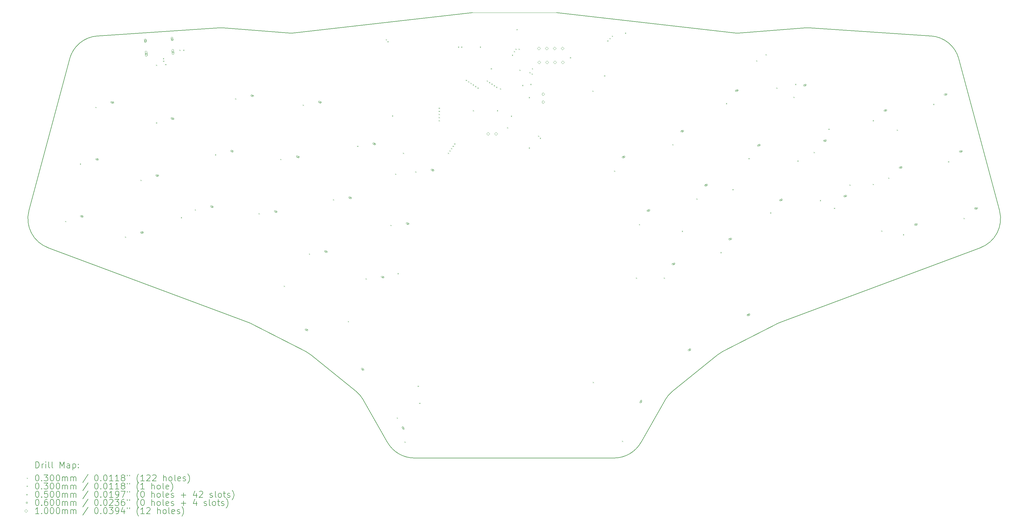
<source format=gbr>
%TF.GenerationSoftware,KiCad,Pcbnew,7.0.10*%
%TF.CreationDate,2024-03-12T01:25:26-07:00*%
%TF.ProjectId,keyboard,6b657962-6f61-4726-942e-6b696361645f,rev?*%
%TF.SameCoordinates,Original*%
%TF.FileFunction,Drillmap*%
%TF.FilePolarity,Positive*%
%FSLAX45Y45*%
G04 Gerber Fmt 4.5, Leading zero omitted, Abs format (unit mm)*
G04 Created by KiCad (PCBNEW 7.0.10) date 2024-03-12 01:25:26*
%MOMM*%
%LPD*%
G01*
G04 APERTURE LIST*
%ADD10C,0.150000*%
%ADD11C,0.100000*%
%ADD12C,0.200000*%
G04 APERTURE END LIST*
D10*
X31628584Y-10888672D02*
G75*
G03*
X31486413Y-10889375I-66154J-997808D01*
G01*
X14899932Y-11053170D02*
G75*
G03*
X14975945Y-11056063I76018J997160D01*
G01*
X6494163Y-16775170D02*
X7804052Y-11886597D01*
X36433702Y-11886597D02*
X37743591Y-16775170D01*
X25331256Y-24746375D02*
G75*
G03*
X26200926Y-24240010I4J999995D01*
G01*
X8703820Y-11147607D02*
G75*
G03*
X7804052Y-11886597I66157J-997809D01*
G01*
X37127232Y-17970900D02*
X30672768Y-20379100D01*
X29261808Y-11056063D02*
G75*
G03*
X29337821Y-11053170I2J1000053D01*
G01*
X12751340Y-10889375D02*
X14899932Y-11053170D01*
X17025938Y-22598980D02*
X15571994Y-21421599D01*
X29337821Y-11053170D02*
X31486413Y-10889375D01*
X12751340Y-10889374D02*
G75*
G03*
X12609169Y-10888672I-76010J-997106D01*
G01*
X6494165Y-16775170D02*
G75*
G03*
X7110521Y-17970900I965925J-258820D01*
G01*
X13670495Y-20425558D02*
G75*
G03*
X13564986Y-20379100I-455075J-890462D01*
G01*
X23476616Y-10400000D02*
X29261808Y-11056063D01*
X17266287Y-22882493D02*
G75*
G03*
X17025938Y-22598980I-869667J-493627D01*
G01*
X15571994Y-21421599D02*
G75*
G03*
X15397750Y-21308293I-629314J-777141D01*
G01*
X31628584Y-10888672D02*
X35533933Y-11147607D01*
X18036830Y-24240009D02*
G75*
G03*
X18906497Y-24746377I869670J493629D01*
G01*
D11*
X23476616Y-10400000D02*
X20775000Y-10400000D01*
D10*
X26971466Y-22882493D02*
X26200926Y-24240010D01*
X25331256Y-24746378D02*
X18906497Y-24746378D01*
X30567259Y-20425559D02*
X28840004Y-21308293D01*
X30672768Y-20379100D02*
G75*
G03*
X30567259Y-20425559I349572J-936920D01*
G01*
X36433708Y-11886596D02*
G75*
G03*
X35533933Y-11147607I-965928J-258824D01*
G01*
X8703820Y-11147607D02*
X12609169Y-10888672D01*
X27211816Y-22598980D02*
G75*
G03*
X26971466Y-22882493I629324J-777150D01*
G01*
X37127234Y-17970904D02*
G75*
G03*
X37743591Y-16775170I-349574J936914D01*
G01*
X28665759Y-21421599D02*
X27211816Y-22598980D01*
X18036827Y-24240010D02*
X17266288Y-22882493D01*
X13564986Y-20379100D02*
X7110521Y-17970900D01*
X28840003Y-21308292D02*
G75*
G03*
X28665759Y-21421600I455077J-890448D01*
G01*
X14975945Y-11056063D02*
X20775000Y-10400000D01*
X15397750Y-21308293D02*
X13670495Y-20425559D01*
D12*
D11*
X7660000Y-17110000D02*
X7690000Y-17140000D01*
X7690000Y-17110000D02*
X7660000Y-17140000D01*
X8135000Y-15260000D02*
X8165000Y-15290000D01*
X8165000Y-15260000D02*
X8135000Y-15290000D01*
X8635000Y-13435000D02*
X8665000Y-13465000D01*
X8665000Y-13435000D02*
X8635000Y-13465000D01*
X9585000Y-17610000D02*
X9615000Y-17640000D01*
X9615000Y-17610000D02*
X9585000Y-17640000D01*
X10085000Y-15785000D02*
X10115000Y-15815000D01*
X10115000Y-15785000D02*
X10085000Y-15815000D01*
X10583283Y-12072768D02*
X10613283Y-12102768D01*
X10613283Y-12072768D02*
X10583283Y-12102768D01*
X10585000Y-13935000D02*
X10615000Y-13965000D01*
X10615000Y-13935000D02*
X10585000Y-13965000D01*
X10809832Y-11862291D02*
X10839832Y-11892291D01*
X10839832Y-11862291D02*
X10809832Y-11892291D01*
X10815134Y-11942115D02*
X10845134Y-11972115D01*
X10845134Y-11942115D02*
X10815134Y-11972115D01*
X10882623Y-12052886D02*
X10912623Y-12082886D01*
X10912623Y-12052886D02*
X10882623Y-12082886D01*
X11336616Y-11591023D02*
X11366616Y-11621023D01*
X11366616Y-11591023D02*
X11336616Y-11621023D01*
X11385000Y-16985000D02*
X11415000Y-17015000D01*
X11415000Y-16985000D02*
X11385000Y-17015000D01*
X11461616Y-11591023D02*
X11491616Y-11621023D01*
X11491616Y-11591023D02*
X11461616Y-11621023D01*
X11835000Y-16735000D02*
X11865000Y-16765000D01*
X11865000Y-16735000D02*
X11835000Y-16765000D01*
X12485000Y-14960000D02*
X12515000Y-14990000D01*
X12515000Y-14960000D02*
X12485000Y-14990000D01*
X13135000Y-13160000D02*
X13165000Y-13190000D01*
X13165000Y-13160000D02*
X13135000Y-13190000D01*
X13885000Y-16860000D02*
X13915000Y-16890000D01*
X13915000Y-16860000D02*
X13885000Y-16890000D01*
X14585000Y-15110000D02*
X14615000Y-15140000D01*
X14615000Y-15110000D02*
X14585000Y-15140000D01*
X14700775Y-19193695D02*
X14730775Y-19223695D01*
X14730775Y-19193695D02*
X14700775Y-19223695D01*
X15310000Y-13360000D02*
X15340000Y-13390000D01*
X15340000Y-13360000D02*
X15310000Y-13390000D01*
X15510000Y-18160000D02*
X15540000Y-18190000D01*
X15540000Y-18160000D02*
X15510000Y-18190000D01*
X16285000Y-16410000D02*
X16315000Y-16440000D01*
X16315000Y-16410000D02*
X16285000Y-16440000D01*
X16761469Y-20335000D02*
X16791469Y-20365000D01*
X16791469Y-20335000D02*
X16761469Y-20365000D01*
X17060000Y-14685000D02*
X17090000Y-14715000D01*
X17090000Y-14685000D02*
X17060000Y-14715000D01*
X17335000Y-18960000D02*
X17365000Y-18990000D01*
X17365000Y-18960000D02*
X17335000Y-18990000D01*
X17983753Y-11252034D02*
X18013753Y-11282034D01*
X18013753Y-11252034D02*
X17983753Y-11282034D01*
X18036616Y-11316023D02*
X18066616Y-11346023D01*
X18066616Y-11316023D02*
X18036616Y-11346023D01*
X18135000Y-17235000D02*
X18165000Y-17265000D01*
X18165000Y-17235000D02*
X18135000Y-17265000D01*
X18185000Y-13710000D02*
X18215000Y-13740000D01*
X18215000Y-13710000D02*
X18185000Y-13740000D01*
X18285000Y-15585000D02*
X18315000Y-15615000D01*
X18315000Y-15585000D02*
X18285000Y-15615000D01*
X18336616Y-23441023D02*
X18366616Y-23471023D01*
X18366616Y-23441023D02*
X18336616Y-23471023D01*
X18361616Y-18791023D02*
X18391616Y-18821023D01*
X18391616Y-18791023D02*
X18361616Y-18821023D01*
X18535000Y-14910000D02*
X18565000Y-14940000D01*
X18565000Y-14910000D02*
X18535000Y-14940000D01*
X18586616Y-24216023D02*
X18616616Y-24246023D01*
X18616616Y-24216023D02*
X18586616Y-24246023D01*
X18935000Y-15510000D02*
X18965000Y-15540000D01*
X18965000Y-15510000D02*
X18935000Y-15540000D01*
X19011616Y-22416023D02*
X19041616Y-22446023D01*
X19041616Y-22416023D02*
X19011616Y-22446023D01*
X19061616Y-22966023D02*
X19091616Y-22996023D01*
X19091616Y-22966023D02*
X19061616Y-22996023D01*
X19685000Y-13460000D02*
X19715000Y-13490000D01*
X19715000Y-13460000D02*
X19685000Y-13490000D01*
X19685000Y-13560000D02*
X19715000Y-13590000D01*
X19715000Y-13560000D02*
X19685000Y-13590000D01*
X19685000Y-13660000D02*
X19715000Y-13690000D01*
X19715000Y-13660000D02*
X19685000Y-13690000D01*
X19685000Y-13760000D02*
X19715000Y-13790000D01*
X19715000Y-13760000D02*
X19685000Y-13790000D01*
X19685000Y-13860000D02*
X19715000Y-13890000D01*
X19715000Y-13860000D02*
X19685000Y-13890000D01*
X19985000Y-14910000D02*
X20015000Y-14940000D01*
X20015000Y-14910000D02*
X19985000Y-14940000D01*
X20035000Y-14835000D02*
X20065000Y-14865000D01*
X20065000Y-14835000D02*
X20035000Y-14865000D01*
X20085000Y-14760000D02*
X20115000Y-14790000D01*
X20115000Y-14760000D02*
X20085000Y-14790000D01*
X20135000Y-14685000D02*
X20165000Y-14715000D01*
X20165000Y-14685000D02*
X20135000Y-14715000D01*
X20185000Y-14610000D02*
X20215000Y-14640000D01*
X20215000Y-14610000D02*
X20185000Y-14640000D01*
X20310000Y-11491023D02*
X20340000Y-11521023D01*
X20340000Y-11491023D02*
X20310000Y-11521023D01*
X20411616Y-11491023D02*
X20441616Y-11521023D01*
X20441616Y-11491023D02*
X20411616Y-11521023D01*
X20560000Y-12560000D02*
X20590000Y-12590000D01*
X20590000Y-12560000D02*
X20560000Y-12590000D01*
X20635000Y-12610000D02*
X20665000Y-12640000D01*
X20665000Y-12610000D02*
X20635000Y-12640000D01*
X20710000Y-12660000D02*
X20740000Y-12690000D01*
X20740000Y-12660000D02*
X20710000Y-12690000D01*
X20785000Y-12710000D02*
X20815000Y-12740000D01*
X20815000Y-12710000D02*
X20785000Y-12740000D01*
X20786616Y-13541023D02*
X20816616Y-13571023D01*
X20816616Y-13541023D02*
X20786616Y-13571023D01*
X20860000Y-12760000D02*
X20890000Y-12790000D01*
X20890000Y-12760000D02*
X20860000Y-12790000D01*
X20935000Y-12810000D02*
X20965000Y-12840000D01*
X20965000Y-12810000D02*
X20935000Y-12840000D01*
X21011616Y-11491023D02*
X21041616Y-11521023D01*
X21041616Y-11491023D02*
X21011616Y-11521023D01*
X21235000Y-12585000D02*
X21265000Y-12615000D01*
X21265000Y-12585000D02*
X21235000Y-12615000D01*
X21310000Y-12635000D02*
X21340000Y-12665000D01*
X21340000Y-12635000D02*
X21310000Y-12665000D01*
X21361616Y-12191023D02*
X21391616Y-12221023D01*
X21391616Y-12191023D02*
X21361616Y-12221023D01*
X21385000Y-12685000D02*
X21415000Y-12715000D01*
X21415000Y-12685000D02*
X21385000Y-12715000D01*
X21460000Y-12735000D02*
X21490000Y-12765000D01*
X21490000Y-12735000D02*
X21460000Y-12765000D01*
X21535000Y-12785000D02*
X21565000Y-12815000D01*
X21565000Y-12785000D02*
X21535000Y-12815000D01*
X21561616Y-13541023D02*
X21591616Y-13571023D01*
X21591616Y-13541023D02*
X21561616Y-13571023D01*
X21660000Y-12835000D02*
X21690000Y-12865000D01*
X21690000Y-12835000D02*
X21660000Y-12865000D01*
X21886616Y-14091023D02*
X21916616Y-14121023D01*
X21916616Y-14091023D02*
X21886616Y-14121023D01*
X22011616Y-13716023D02*
X22041616Y-13746023D01*
X22041616Y-13716023D02*
X22011616Y-13746023D01*
X22046390Y-11752030D02*
X22076390Y-11782030D01*
X22076390Y-11752030D02*
X22046390Y-11782030D01*
X22110000Y-11635000D02*
X22140000Y-11665000D01*
X22140000Y-11635000D02*
X22110000Y-11665000D01*
X22160000Y-11560000D02*
X22190000Y-11590000D01*
X22190000Y-11560000D02*
X22160000Y-11590000D01*
X22260000Y-11560000D02*
X22290000Y-11590000D01*
X22290000Y-11560000D02*
X22260000Y-11590000D01*
X22285000Y-12235000D02*
X22315000Y-12265000D01*
X22315000Y-12235000D02*
X22285000Y-12265000D01*
X22376000Y-12726000D02*
X22406000Y-12756000D01*
X22406000Y-12726000D02*
X22376000Y-12756000D01*
X22586616Y-14741023D02*
X22616616Y-14771023D01*
X22616616Y-14741023D02*
X22586616Y-14771023D01*
X22586616Y-13116023D02*
X22616616Y-13146023D01*
X22616616Y-13116023D02*
X22586616Y-13146023D01*
X22610000Y-12310000D02*
X22640000Y-12340000D01*
X22640000Y-12310000D02*
X22610000Y-12340000D01*
X22636616Y-12691023D02*
X22666616Y-12721023D01*
X22666616Y-12691023D02*
X22636616Y-12721023D01*
X22680553Y-12359662D02*
X22710553Y-12389662D01*
X22710553Y-12359662D02*
X22680553Y-12389662D01*
X22686616Y-12191023D02*
X22716616Y-12221023D01*
X22716616Y-12191023D02*
X22686616Y-12221023D01*
X22885000Y-14360000D02*
X22915000Y-14390000D01*
X22915000Y-14360000D02*
X22885000Y-14390000D01*
X22942000Y-14428000D02*
X22972000Y-14458000D01*
X22972000Y-14428000D02*
X22942000Y-14458000D01*
X23910000Y-11835000D02*
X23940000Y-11865000D01*
X23940000Y-11835000D02*
X23910000Y-11865000D01*
X24635000Y-12910000D02*
X24665000Y-12940000D01*
X24665000Y-12910000D02*
X24635000Y-12940000D01*
X24649068Y-22295932D02*
X24679068Y-22325932D01*
X24679068Y-22295932D02*
X24649068Y-22325932D01*
X25011616Y-12416023D02*
X25041616Y-12446023D01*
X25041616Y-12416023D02*
X25011616Y-12446023D01*
X25111616Y-11291023D02*
X25141616Y-11321023D01*
X25141616Y-11291023D02*
X25111616Y-11321023D01*
X25186616Y-11216023D02*
X25216616Y-11246023D01*
X25216616Y-11216023D02*
X25186616Y-11246023D01*
X25261616Y-11141024D02*
X25291616Y-11171024D01*
X25291616Y-11141024D02*
X25261616Y-11171024D01*
X25335000Y-15485000D02*
X25365000Y-15515000D01*
X25365000Y-15485000D02*
X25335000Y-15515000D01*
X25586616Y-24191023D02*
X25616616Y-24221023D01*
X25616616Y-24191023D02*
X25586616Y-24221023D01*
X25686616Y-11041023D02*
X25716616Y-11071023D01*
X25716616Y-11041023D02*
X25686616Y-11071023D01*
X26036616Y-18935000D02*
X26066616Y-18965000D01*
X26066616Y-18935000D02*
X26036616Y-18965000D01*
X26135000Y-17210000D02*
X26165000Y-17240000D01*
X26165000Y-17210000D02*
X26135000Y-17240000D01*
X26935000Y-18935000D02*
X26965000Y-18965000D01*
X26965000Y-18935000D02*
X26935000Y-18965000D01*
X27210000Y-14635000D02*
X27240000Y-14665000D01*
X27240000Y-14635000D02*
X27210000Y-14665000D01*
X27512390Y-17423615D02*
X27542390Y-17453615D01*
X27542390Y-17423615D02*
X27512390Y-17453615D01*
X27985000Y-16385000D02*
X28015000Y-16415000D01*
X28015000Y-16385000D02*
X27985000Y-16415000D01*
X28760000Y-18110000D02*
X28790000Y-18140000D01*
X28790000Y-18110000D02*
X28760000Y-18140000D01*
X28935000Y-13310000D02*
X28965000Y-13340000D01*
X28965000Y-13310000D02*
X28935000Y-13340000D01*
X29145319Y-16084601D02*
X29175319Y-16114601D01*
X29175319Y-16084601D02*
X29145319Y-16114601D01*
X29660000Y-15085000D02*
X29690000Y-15115000D01*
X29690000Y-15085000D02*
X29660000Y-15115000D01*
X29910000Y-11935000D02*
X29940000Y-11965000D01*
X29940000Y-11935000D02*
X29910000Y-11965000D01*
X30210000Y-11735000D02*
X30240000Y-11765000D01*
X30240000Y-11735000D02*
X30210000Y-11765000D01*
X30360000Y-16835000D02*
X30390000Y-16865000D01*
X30390000Y-16835000D02*
X30360000Y-16865000D01*
X30560000Y-12810000D02*
X30590000Y-12840000D01*
X30590000Y-12810000D02*
X30560000Y-12840000D01*
X31110000Y-13110000D02*
X31140000Y-13140000D01*
X31140000Y-13110000D02*
X31110000Y-13140000D01*
X31161616Y-12691023D02*
X31191616Y-12721023D01*
X31191616Y-12691023D02*
X31161616Y-12721023D01*
X31235000Y-15160000D02*
X31265000Y-15190000D01*
X31265000Y-15160000D02*
X31235000Y-15190000D01*
X31760000Y-14885000D02*
X31790000Y-14915000D01*
X31790000Y-14885000D02*
X31760000Y-14915000D01*
X31960000Y-16435000D02*
X31990000Y-16465000D01*
X31990000Y-16435000D02*
X31960000Y-16465000D01*
X32235000Y-14135000D02*
X32265000Y-14165000D01*
X32265000Y-14135000D02*
X32235000Y-14165000D01*
X32410000Y-16685000D02*
X32440000Y-16715000D01*
X32440000Y-16685000D02*
X32410000Y-16715000D01*
X32910000Y-15935000D02*
X32940000Y-15965000D01*
X32940000Y-15935000D02*
X32910000Y-15965000D01*
X33660000Y-13860000D02*
X33690000Y-13890000D01*
X33690000Y-13860000D02*
X33660000Y-13890000D01*
X33661616Y-15916023D02*
X33691616Y-15946023D01*
X33691616Y-15916023D02*
X33661616Y-15946023D01*
X33936616Y-17416023D02*
X33966616Y-17446023D01*
X33966616Y-17416023D02*
X33936616Y-17446023D01*
X34160000Y-15710000D02*
X34190000Y-15740000D01*
X34190000Y-15710000D02*
X34160000Y-15740000D01*
X34436616Y-14166023D02*
X34466616Y-14196023D01*
X34466616Y-14166023D02*
X34436616Y-14196023D01*
X34635000Y-17535000D02*
X34665000Y-17565000D01*
X34665000Y-17535000D02*
X34635000Y-17565000D01*
X35610000Y-13335000D02*
X35640000Y-13365000D01*
X35640000Y-13335000D02*
X35610000Y-13365000D01*
X36085000Y-15185000D02*
X36115000Y-15215000D01*
X36115000Y-15185000D02*
X36085000Y-15215000D01*
X36585000Y-17010000D02*
X36615000Y-17040000D01*
X36615000Y-17010000D02*
X36585000Y-17040000D01*
X22225000Y-10950000D02*
G75*
G03*
X22195000Y-10950000I-15000J0D01*
G01*
X22195000Y-10950000D02*
G75*
G03*
X22225000Y-10950000I15000J0D01*
G01*
X8196867Y-16934576D02*
X8196867Y-16984576D01*
X8171867Y-16959576D02*
X8221867Y-16959576D01*
X8227486Y-16941898D02*
X8179189Y-16928957D01*
X8179189Y-16928957D02*
G75*
G03*
X8166248Y-16977253I-6471J-24148D01*
G01*
X8166248Y-16977253D02*
X8214545Y-16990194D01*
X8214545Y-16990194D02*
G75*
G03*
X8227486Y-16941898I6471J24148D01*
G01*
X8688623Y-15099316D02*
X8688623Y-15149316D01*
X8663623Y-15124316D02*
X8713623Y-15124316D01*
X8719242Y-15106639D02*
X8670946Y-15093698D01*
X8670946Y-15093698D02*
G75*
G03*
X8658005Y-15141994I-6471J-24148D01*
G01*
X8658005Y-15141994D02*
X8706301Y-15154935D01*
X8706301Y-15154935D02*
G75*
G03*
X8719242Y-15106639I6471J24148D01*
G01*
X9180380Y-13264057D02*
X9180380Y-13314057D01*
X9155380Y-13289057D02*
X9205380Y-13289057D01*
X9210998Y-13271380D02*
X9162702Y-13258439D01*
X9162702Y-13258439D02*
G75*
G03*
X9149761Y-13306735I-6471J-24148D01*
G01*
X9149761Y-13306735D02*
X9198057Y-13319676D01*
X9198057Y-13319676D02*
G75*
G03*
X9210998Y-13271380I6471J24148D01*
G01*
X10133548Y-17453508D02*
X10133548Y-17503508D01*
X10108548Y-17478508D02*
X10158548Y-17478508D01*
X10164167Y-17460830D02*
X10115871Y-17447889D01*
X10115871Y-17447889D02*
G75*
G03*
X10102930Y-17496185I-6471J-24148D01*
G01*
X10102930Y-17496185D02*
X10151226Y-17509126D01*
X10151226Y-17509126D02*
G75*
G03*
X10164167Y-17460830I6471J24148D01*
G01*
X10625305Y-15618249D02*
X10625305Y-15668249D01*
X10600305Y-15643249D02*
X10650305Y-15643249D01*
X10655923Y-15625571D02*
X10607627Y-15612630D01*
X10607627Y-15612630D02*
G75*
G03*
X10594686Y-15660926I-6471J-24148D01*
G01*
X10594686Y-15660926D02*
X10642982Y-15673867D01*
X10642982Y-15673867D02*
G75*
G03*
X10655923Y-15625571I6471J24148D01*
G01*
X11117061Y-13782989D02*
X11117061Y-13832989D01*
X11092061Y-13807989D02*
X11142061Y-13807989D01*
X11147679Y-13790312D02*
X11099383Y-13777371D01*
X11099383Y-13777371D02*
G75*
G03*
X11086442Y-13825667I-6471J-24148D01*
G01*
X11086442Y-13825667D02*
X11134739Y-13838608D01*
X11134738Y-13838608D02*
G75*
G03*
X11147679Y-13790312I6471J24148D01*
G01*
X12384052Y-16620464D02*
X12384052Y-16670464D01*
X12359052Y-16645464D02*
X12409052Y-16645464D01*
X12416095Y-16630522D02*
X12369110Y-16613421D01*
X12369110Y-16613421D02*
G75*
G03*
X12352009Y-16660406I-8551J-23492D01*
G01*
X12352009Y-16660406D02*
X12398994Y-16677507D01*
X12398994Y-16677507D02*
G75*
G03*
X12416095Y-16630522I8551J23492D01*
G01*
X13033890Y-14835048D02*
X13033890Y-14885048D01*
X13008890Y-14860048D02*
X13058890Y-14860048D01*
X13065933Y-14845106D02*
X13018949Y-14828005D01*
X13018949Y-14828005D02*
G75*
G03*
X13001848Y-14874990I-8551J-23492D01*
G01*
X13001848Y-14874990D02*
X13048832Y-14892091D01*
X13048832Y-14892091D02*
G75*
G03*
X13065933Y-14845106I8551J23492D01*
G01*
X13683729Y-13049632D02*
X13683729Y-13099632D01*
X13658729Y-13074632D02*
X13708729Y-13074632D01*
X13715771Y-13059690D02*
X13668787Y-13042589D01*
X13668787Y-13042589D02*
G75*
G03*
X13651686Y-13089574I-8551J-23492D01*
G01*
X13651686Y-13089574D02*
X13698670Y-13106675D01*
X13698670Y-13106675D02*
G75*
G03*
X13715771Y-13059690I8551J23492D01*
G01*
X14440564Y-16779031D02*
X14440564Y-16829031D01*
X14415564Y-16804031D02*
X14465564Y-16804031D01*
X14473109Y-16790217D02*
X14426750Y-16771486D01*
X14426750Y-16771486D02*
G75*
G03*
X14408019Y-16817846I-9365J-23180D01*
G01*
X14408019Y-16817846D02*
X14454378Y-16836576D01*
X14454378Y-16836576D02*
G75*
G03*
X14473109Y-16790217I9365J23180D01*
G01*
X15152316Y-15017382D02*
X15152316Y-15067382D01*
X15127316Y-15042382D02*
X15177316Y-15042382D01*
X15184861Y-15028567D02*
X15138502Y-15009837D01*
X15138502Y-15009837D02*
G75*
G03*
X15119772Y-15056196I-9365J-23180D01*
G01*
X15119772Y-15056196D02*
X15166131Y-15074927D01*
X15166131Y-15074927D02*
G75*
G03*
X15184861Y-15028567I9365J23180D01*
G01*
X15432470Y-20592834D02*
X15432470Y-20642834D01*
X15407470Y-20617834D02*
X15457470Y-20617834D01*
X15466456Y-20608089D02*
X15422725Y-20583848D01*
X15422725Y-20583848D02*
G75*
G03*
X15398484Y-20627579I-12120J-21866D01*
G01*
X15398484Y-20627579D02*
X15442215Y-20651820D01*
X15442215Y-20651820D02*
G75*
G03*
X15466456Y-20608089I12120J21866D01*
G01*
X15864069Y-13255732D02*
X15864069Y-13305732D01*
X15839069Y-13280732D02*
X15889069Y-13280732D01*
X15896614Y-13266918D02*
X15850255Y-13248188D01*
X15850255Y-13248188D02*
G75*
G03*
X15831524Y-13294547I-9365J-23180D01*
G01*
X15831524Y-13294547D02*
X15877883Y-13313277D01*
X15877883Y-13313277D02*
G75*
G03*
X15896614Y-13266918I9365J23180D01*
G01*
X16062114Y-18069044D02*
X16062114Y-18119044D01*
X16037114Y-18094044D02*
X16087114Y-18094044D01*
X16095121Y-18081374D02*
X16049444Y-18061037D01*
X16049444Y-18061037D02*
G75*
G03*
X16029107Y-18106714I-10168J-22839D01*
G01*
X16029107Y-18106714D02*
X16074784Y-18127051D01*
X16074784Y-18127051D02*
G75*
G03*
X16095121Y-18081374I10168J22839D01*
G01*
X16834914Y-16333308D02*
X16834914Y-16383308D01*
X16809914Y-16358308D02*
X16859914Y-16358308D01*
X16867921Y-16345637D02*
X16822243Y-16325301D01*
X16822243Y-16325301D02*
G75*
G03*
X16801907Y-16370978I-10168J-22839D01*
G01*
X16801906Y-16370978D02*
X16847584Y-16391315D01*
X16847584Y-16391315D02*
G75*
G03*
X16867921Y-16345637I10168J22839D01*
G01*
X17237582Y-21862436D02*
X17237582Y-21912436D01*
X17212582Y-21887436D02*
X17262582Y-21887436D01*
X17272744Y-21883741D02*
X17233887Y-21852275D01*
X17233887Y-21852275D02*
G75*
G03*
X17202421Y-21891132I-15733J-19429D01*
G01*
X17202420Y-21891132D02*
X17241278Y-21922598D01*
X17241278Y-21922598D02*
G75*
G03*
X17272744Y-21883741I15733J19429D01*
G01*
X17607713Y-14597571D02*
X17607713Y-14647571D01*
X17582713Y-14622571D02*
X17632713Y-14622571D01*
X17640720Y-14609901D02*
X17595043Y-14589564D01*
X17595043Y-14589564D02*
G75*
G03*
X17574706Y-14635241I-10168J-22839D01*
G01*
X17574706Y-14635241D02*
X17620383Y-14655578D01*
X17620383Y-14655578D02*
G75*
G03*
X17640720Y-14609901I10168J22839D01*
G01*
X17881975Y-18888765D02*
X17881975Y-18938765D01*
X17856975Y-18913765D02*
X17906975Y-18913765D01*
X17915198Y-18901672D02*
X17869882Y-18880541D01*
X17869882Y-18880541D02*
G75*
G03*
X17848751Y-18925857I-10566J-22658D01*
G01*
X17848751Y-18925857D02*
X17894067Y-18946988D01*
X17894067Y-18946988D02*
G75*
G03*
X17915198Y-18901672I10566J22658D01*
G01*
X18542776Y-23759592D02*
X18542776Y-23809592D01*
X18517776Y-23784592D02*
X18567776Y-23784592D01*
X18577081Y-23793145D02*
X18551329Y-23750287D01*
X18551329Y-23750287D02*
G75*
G03*
X18508471Y-23776039I-21429J-12876D01*
G01*
X18508471Y-23776039D02*
X18534223Y-23818897D01*
X18534223Y-23818897D02*
G75*
G03*
X18577081Y-23793145I21429J12876D01*
G01*
X18684949Y-17166780D02*
X18684949Y-17216780D01*
X18659949Y-17191780D02*
X18709949Y-17191780D01*
X18718173Y-17179688D02*
X18672857Y-17158557D01*
X18672857Y-17158557D02*
G75*
G03*
X18651726Y-17203872I-10566J-22658D01*
G01*
X18651726Y-17203872D02*
X18697042Y-17225003D01*
X18697042Y-17225003D02*
G75*
G03*
X18718173Y-17179688I10566J22658D01*
G01*
X19487924Y-15444795D02*
X19487924Y-15494795D01*
X19462924Y-15469795D02*
X19512924Y-15469795D01*
X19521147Y-15457703D02*
X19475832Y-15436572D01*
X19475832Y-15436572D02*
G75*
G03*
X19454701Y-15481887I-10566J-22658D01*
G01*
X19454701Y-15481887D02*
X19500016Y-15503018D01*
X19500016Y-15503018D02*
G75*
G03*
X19521147Y-15457703I10566J22658D01*
G01*
X25638221Y-15022177D02*
X25638221Y-15072177D01*
X25613221Y-15047177D02*
X25663221Y-15047177D01*
X25650313Y-15013953D02*
X25604998Y-15035084D01*
X25604998Y-15035084D02*
G75*
G03*
X25626129Y-15080400I10566J-22658D01*
G01*
X25626129Y-15080400D02*
X25671444Y-15059269D01*
X25671444Y-15059269D02*
G75*
G03*
X25650313Y-15013953I-10566J22658D01*
G01*
X26192099Y-22902425D02*
X26192099Y-22952425D01*
X26167099Y-22927425D02*
X26217099Y-22927425D01*
X26183546Y-22893120D02*
X26157794Y-22935978D01*
X26157794Y-22935978D02*
G75*
G03*
X26200652Y-22961730I21429J-12876D01*
G01*
X26200652Y-22961730D02*
X26226404Y-22918872D01*
X26226404Y-22918872D02*
G75*
G03*
X26183546Y-22893120I-21429J12876D01*
G01*
X26441195Y-16744161D02*
X26441195Y-16794162D01*
X26416195Y-16769161D02*
X26466195Y-16769161D01*
X26453288Y-16735938D02*
X26407972Y-16757069D01*
X26407972Y-16757069D02*
G75*
G03*
X26429103Y-16802385I10566J-22658D01*
G01*
X26429103Y-16802385D02*
X26474419Y-16781254D01*
X26474419Y-16781254D02*
G75*
G03*
X26453288Y-16735938I-10566J22658D01*
G01*
X27244170Y-18466146D02*
X27244170Y-18516146D01*
X27219170Y-18491146D02*
X27269170Y-18491146D01*
X27256262Y-18457923D02*
X27210947Y-18479054D01*
X27210947Y-18479054D02*
G75*
G03*
X27232078Y-18524370I10566J-22658D01*
G01*
X27232078Y-18524370D02*
X27277393Y-18503239D01*
X27277393Y-18503239D02*
G75*
G03*
X27256262Y-18457923I-10566J22658D01*
G01*
X27525669Y-14190835D02*
X27525669Y-14240835D01*
X27500669Y-14215835D02*
X27550669Y-14215835D01*
X27538340Y-14182828D02*
X27492662Y-14203164D01*
X27492662Y-14203164D02*
G75*
G03*
X27512999Y-14248842I10168J-22839D01*
G01*
X27512999Y-14248842D02*
X27558676Y-14228505D01*
X27558676Y-14228505D02*
G75*
G03*
X27538340Y-14182828I-10168J22839D01*
G01*
X27759401Y-21233116D02*
X27759401Y-21283116D01*
X27734401Y-21258116D02*
X27784401Y-21258116D01*
X27763096Y-21222954D02*
X27724239Y-21254420D01*
X27724239Y-21254420D02*
G75*
G03*
X27755705Y-21293278I15733J-19429D01*
G01*
X27755705Y-21293278D02*
X27794563Y-21261812D01*
X27794562Y-21261812D02*
G75*
G03*
X27763096Y-21222954I-15733J19429D01*
G01*
X28298469Y-15926571D02*
X28298469Y-15976571D01*
X28273469Y-15951571D02*
X28323469Y-15951571D01*
X28311139Y-15918564D02*
X28265462Y-15938901D01*
X28265462Y-15938901D02*
G75*
G03*
X28285799Y-15984578I10168J-22839D01*
G01*
X28285799Y-15984578D02*
X28331476Y-15964241D01*
X28331476Y-15964241D02*
G75*
G03*
X28311139Y-15918564I-10168J22839D01*
G01*
X29071269Y-17662308D02*
X29071269Y-17712308D01*
X29046269Y-17687308D02*
X29096269Y-17687308D01*
X29083939Y-17654300D02*
X29038262Y-17674637D01*
X29038262Y-17674637D02*
G75*
G03*
X29058598Y-17720315I10168J-22839D01*
G01*
X29058598Y-17720315D02*
X29104276Y-17699978D01*
X29104276Y-17699978D02*
G75*
G03*
X29083939Y-17654301I-10168J22839D01*
G01*
X29282952Y-12881126D02*
X29282952Y-12931126D01*
X29257952Y-12906126D02*
X29307952Y-12906126D01*
X29296766Y-12873581D02*
X29250407Y-12892311D01*
X29250407Y-12892311D02*
G75*
G03*
X29269137Y-12938671I9365J-23180D01*
G01*
X29269137Y-12938671D02*
X29315497Y-12919940D01*
X29315497Y-12919940D02*
G75*
G03*
X29296766Y-12873581I-9365J23180D01*
G01*
X29661987Y-20108024D02*
X29661987Y-20158024D01*
X29636987Y-20133024D02*
X29686987Y-20133024D01*
X29671732Y-20099039D02*
X29628001Y-20123279D01*
X29628001Y-20123279D02*
G75*
G03*
X29652241Y-20167010I12120J-21866D01*
G01*
X29652241Y-20167010D02*
X29695972Y-20142770D01*
X29695972Y-20142770D02*
G75*
G03*
X29671732Y-20099039I-12120J21866D01*
G01*
X29994704Y-14642775D02*
X29994704Y-14692775D01*
X29969704Y-14667775D02*
X30019704Y-14667775D01*
X30008519Y-14635230D02*
X29962159Y-14653961D01*
X29962159Y-14653961D02*
G75*
G03*
X29980890Y-14700320I9365J-23180D01*
G01*
X29980890Y-14700320D02*
X30027249Y-14681590D01*
X30027249Y-14681590D02*
G75*
G03*
X30008519Y-14635230I-9365J23180D01*
G01*
X30706457Y-16404424D02*
X30706457Y-16454424D01*
X30681457Y-16429424D02*
X30731457Y-16429424D01*
X30720271Y-16396880D02*
X30673912Y-16415610D01*
X30673912Y-16415610D02*
G75*
G03*
X30692642Y-16461969I9365J-23180D01*
G01*
X30692642Y-16461969D02*
X30739002Y-16443239D01*
X30739002Y-16443239D02*
G75*
G03*
X30720271Y-16396880I-9365J23180D01*
G01*
X31475801Y-12707612D02*
X31475801Y-12757612D01*
X31450801Y-12732612D02*
X31500801Y-12732612D01*
X31490743Y-12700569D02*
X31443758Y-12717670D01*
X31443758Y-12717670D02*
G75*
G03*
X31460859Y-12764654I8551J-23492D01*
G01*
X31460859Y-12764654D02*
X31507844Y-12747553D01*
X31507844Y-12747553D02*
G75*
G03*
X31490743Y-12700569I-8551J23492D01*
G01*
X32125639Y-14493028D02*
X32125639Y-14543028D01*
X32100639Y-14518028D02*
X32150639Y-14518028D01*
X32140581Y-14485985D02*
X32093596Y-14503086D01*
X32093596Y-14503086D02*
G75*
G03*
X32110697Y-14550070I8551J-23492D01*
G01*
X32110697Y-14550070D02*
X32157682Y-14532969D01*
X32157682Y-14532969D02*
G75*
G03*
X32140581Y-14485985I-8551J23492D01*
G01*
X32775477Y-16278444D02*
X32775477Y-16328444D01*
X32750477Y-16303444D02*
X32800477Y-16303444D01*
X32790419Y-16271401D02*
X32743435Y-16288502D01*
X32743435Y-16288502D02*
G75*
G03*
X32760536Y-16335486I8551J-23492D01*
G01*
X32760536Y-16335486D02*
X32807520Y-16318385D01*
X32807520Y-16318385D02*
G75*
G03*
X32790419Y-16271401I-8551J23492D01*
G01*
X34068702Y-13524170D02*
X34068702Y-13574170D01*
X34043702Y-13549170D02*
X34093702Y-13549170D01*
X34086380Y-13518552D02*
X34038084Y-13531493D01*
X34038084Y-13531493D02*
G75*
G03*
X34051025Y-13579789I6471J-24148D01*
G01*
X34051024Y-13579789D02*
X34099321Y-13566848D01*
X34099321Y-13566848D02*
G75*
G03*
X34086380Y-13518552I-6471J24148D01*
G01*
X34560458Y-15359430D02*
X34560458Y-15409430D01*
X34535458Y-15384430D02*
X34585458Y-15384430D01*
X34578136Y-15353811D02*
X34529840Y-15366752D01*
X34529840Y-15366752D02*
G75*
G03*
X34542781Y-15415048I6471J-24148D01*
G01*
X34542781Y-15415048D02*
X34591077Y-15402107D01*
X34591077Y-15402107D02*
G75*
G03*
X34578136Y-15353811I-6471J24148D01*
G01*
X35052214Y-17194689D02*
X35052214Y-17244689D01*
X35027214Y-17219689D02*
X35077214Y-17219689D01*
X35069892Y-17189070D02*
X35021596Y-17202011D01*
X35021596Y-17202011D02*
G75*
G03*
X35034537Y-17250307I6471J-24148D01*
G01*
X35034537Y-17250307D02*
X35082833Y-17237366D01*
X35082833Y-17237366D02*
G75*
G03*
X35069892Y-17189070I-6471J24148D01*
G01*
X36005383Y-13005238D02*
X36005383Y-13055238D01*
X35980383Y-13030238D02*
X36030383Y-13030238D01*
X36023061Y-12999620D02*
X35974765Y-13012561D01*
X35974765Y-13012561D02*
G75*
G03*
X35987706Y-13060857I6471J-24148D01*
G01*
X35987706Y-13060857D02*
X36036002Y-13047916D01*
X36036002Y-13047916D02*
G75*
G03*
X36023061Y-12999620I-6471J24148D01*
G01*
X36497140Y-14840497D02*
X36497140Y-14890497D01*
X36472140Y-14865497D02*
X36522140Y-14865497D01*
X36514817Y-14834879D02*
X36466521Y-14847820D01*
X36466521Y-14847820D02*
G75*
G03*
X36479462Y-14896116I6471J-24148D01*
G01*
X36479462Y-14896116D02*
X36527758Y-14883175D01*
X36527758Y-14883175D02*
G75*
G03*
X36514817Y-14834879I-6471J24148D01*
G01*
X36988896Y-16675756D02*
X36988896Y-16725756D01*
X36963896Y-16700756D02*
X37013896Y-16700756D01*
X37006573Y-16670138D02*
X36958277Y-16683079D01*
X36958277Y-16683079D02*
G75*
G03*
X36971218Y-16731375I6471J-24148D01*
G01*
X36971218Y-16731375D02*
X37019514Y-16718434D01*
X37019514Y-16718434D02*
G75*
G03*
X37006573Y-16670138I-6471J24148D01*
G01*
X10259655Y-11323603D02*
X10259655Y-11281176D01*
X10217228Y-11281176D01*
X10217228Y-11323603D01*
X10259655Y-11323603D01*
X10206519Y-11274444D02*
X10210496Y-11334312D01*
X10210496Y-11334312D02*
G75*
G03*
X10270364Y-11330335I29934J1988D01*
G01*
X10270364Y-11330335D02*
X10266388Y-11270467D01*
X10266388Y-11270467D02*
G75*
G03*
X10206520Y-11274444I-29934J-1988D01*
G01*
X10287358Y-11740684D02*
X10287358Y-11698257D01*
X10244931Y-11698257D01*
X10244931Y-11740684D01*
X10287358Y-11740684D01*
X10232565Y-11666580D02*
X10239855Y-11776338D01*
X10239855Y-11776338D02*
G75*
G03*
X10299723Y-11772362I29934J1988D01*
G01*
X10299723Y-11772362D02*
X10292433Y-11662603D01*
X10292433Y-11662603D02*
G75*
G03*
X10232565Y-11666580I-29934J-1988D01*
G01*
X11121756Y-11266342D02*
X11121756Y-11223916D01*
X11079329Y-11223916D01*
X11079329Y-11266342D01*
X11121756Y-11266342D01*
X11068620Y-11217183D02*
X11072596Y-11277051D01*
X11072596Y-11277051D02*
G75*
G03*
X11132464Y-11273075I29934J1988D01*
G01*
X11132465Y-11273075D02*
X11128488Y-11213207D01*
X11128488Y-11213207D02*
G75*
G03*
X11068620Y-11217183I-29934J-1988D01*
G01*
X11149458Y-11683423D02*
X11149458Y-11640997D01*
X11107031Y-11640997D01*
X11107031Y-11683423D01*
X11149458Y-11683423D01*
X11094666Y-11609319D02*
X11101956Y-11719077D01*
X11101956Y-11719077D02*
G75*
G03*
X11161824Y-11715101I29934J1988D01*
G01*
X11161824Y-11715101D02*
X11154534Y-11605343D01*
X11154534Y-11605343D02*
G75*
G03*
X11094666Y-11609319I-29934J-1988D01*
G01*
X21273500Y-14350000D02*
X21323500Y-14300000D01*
X21273500Y-14250000D01*
X21223500Y-14300000D01*
X21273500Y-14350000D01*
X21527500Y-14350000D02*
X21577500Y-14300000D01*
X21527500Y-14250000D01*
X21477500Y-14300000D01*
X21527500Y-14350000D01*
X22913000Y-11600000D02*
X22963000Y-11550000D01*
X22913000Y-11500000D01*
X22863000Y-11550000D01*
X22913000Y-11600000D01*
X22918000Y-12050000D02*
X22968000Y-12000000D01*
X22918000Y-11950000D01*
X22868000Y-12000000D01*
X22918000Y-12050000D01*
X23050000Y-13073500D02*
X23100000Y-13023500D01*
X23050000Y-12973500D01*
X23000000Y-13023500D01*
X23050000Y-13073500D01*
X23050000Y-13327500D02*
X23100000Y-13277500D01*
X23050000Y-13227500D01*
X23000000Y-13277500D01*
X23050000Y-13327500D01*
X23167000Y-11600000D02*
X23217000Y-11550000D01*
X23167000Y-11500000D01*
X23117000Y-11550000D01*
X23167000Y-11600000D01*
X23172000Y-12050000D02*
X23222000Y-12000000D01*
X23172000Y-11950000D01*
X23122000Y-12000000D01*
X23172000Y-12050000D01*
X23421000Y-11600000D02*
X23471000Y-11550000D01*
X23421000Y-11500000D01*
X23371000Y-11550000D01*
X23421000Y-11600000D01*
X23426000Y-12050000D02*
X23476000Y-12000000D01*
X23426000Y-11950000D01*
X23376000Y-12000000D01*
X23426000Y-12050000D01*
X23675000Y-11600000D02*
X23725000Y-11550000D01*
X23675000Y-11500000D01*
X23625000Y-11550000D01*
X23675000Y-11600000D01*
X23680000Y-12050000D02*
X23730000Y-12000000D01*
X23680000Y-11950000D01*
X23630000Y-12000000D01*
X23680000Y-12050000D01*
D12*
X6713367Y-25065361D02*
X6713367Y-24865361D01*
X6713367Y-24865361D02*
X6760986Y-24865361D01*
X6760986Y-24865361D02*
X6789558Y-24874885D01*
X6789558Y-24874885D02*
X6808606Y-24893933D01*
X6808606Y-24893933D02*
X6818129Y-24912980D01*
X6818129Y-24912980D02*
X6827653Y-24951076D01*
X6827653Y-24951076D02*
X6827653Y-24979647D01*
X6827653Y-24979647D02*
X6818129Y-25017742D01*
X6818129Y-25017742D02*
X6808606Y-25036790D01*
X6808606Y-25036790D02*
X6789558Y-25055838D01*
X6789558Y-25055838D02*
X6760986Y-25065361D01*
X6760986Y-25065361D02*
X6713367Y-25065361D01*
X6913367Y-25065361D02*
X6913367Y-24932028D01*
X6913367Y-24970123D02*
X6922891Y-24951076D01*
X6922891Y-24951076D02*
X6932415Y-24941552D01*
X6932415Y-24941552D02*
X6951463Y-24932028D01*
X6951463Y-24932028D02*
X6970510Y-24932028D01*
X7037177Y-25065361D02*
X7037177Y-24932028D01*
X7037177Y-24865361D02*
X7027653Y-24874885D01*
X7027653Y-24874885D02*
X7037177Y-24884409D01*
X7037177Y-24884409D02*
X7046701Y-24874885D01*
X7046701Y-24874885D02*
X7037177Y-24865361D01*
X7037177Y-24865361D02*
X7037177Y-24884409D01*
X7160986Y-25065361D02*
X7141939Y-25055838D01*
X7141939Y-25055838D02*
X7132415Y-25036790D01*
X7132415Y-25036790D02*
X7132415Y-24865361D01*
X7265748Y-25065361D02*
X7246701Y-25055838D01*
X7246701Y-25055838D02*
X7237177Y-25036790D01*
X7237177Y-25036790D02*
X7237177Y-24865361D01*
X7494320Y-25065361D02*
X7494320Y-24865361D01*
X7494320Y-24865361D02*
X7560987Y-25008218D01*
X7560987Y-25008218D02*
X7627653Y-24865361D01*
X7627653Y-24865361D02*
X7627653Y-25065361D01*
X7808606Y-25065361D02*
X7808606Y-24960599D01*
X7808606Y-24960599D02*
X7799082Y-24941552D01*
X7799082Y-24941552D02*
X7780034Y-24932028D01*
X7780034Y-24932028D02*
X7741939Y-24932028D01*
X7741939Y-24932028D02*
X7722891Y-24941552D01*
X7808606Y-25055838D02*
X7789558Y-25065361D01*
X7789558Y-25065361D02*
X7741939Y-25065361D01*
X7741939Y-25065361D02*
X7722891Y-25055838D01*
X7722891Y-25055838D02*
X7713367Y-25036790D01*
X7713367Y-25036790D02*
X7713367Y-25017742D01*
X7713367Y-25017742D02*
X7722891Y-24998695D01*
X7722891Y-24998695D02*
X7741939Y-24989171D01*
X7741939Y-24989171D02*
X7789558Y-24989171D01*
X7789558Y-24989171D02*
X7808606Y-24979647D01*
X7903844Y-24932028D02*
X7903844Y-25132028D01*
X7903844Y-24941552D02*
X7922891Y-24932028D01*
X7922891Y-24932028D02*
X7960987Y-24932028D01*
X7960987Y-24932028D02*
X7980034Y-24941552D01*
X7980034Y-24941552D02*
X7989558Y-24951076D01*
X7989558Y-24951076D02*
X7999082Y-24970123D01*
X7999082Y-24970123D02*
X7999082Y-25027266D01*
X7999082Y-25027266D02*
X7989558Y-25046314D01*
X7989558Y-25046314D02*
X7980034Y-25055838D01*
X7980034Y-25055838D02*
X7960987Y-25065361D01*
X7960987Y-25065361D02*
X7922891Y-25065361D01*
X7922891Y-25065361D02*
X7903844Y-25055838D01*
X8084796Y-25046314D02*
X8094320Y-25055838D01*
X8094320Y-25055838D02*
X8084796Y-25065361D01*
X8084796Y-25065361D02*
X8075272Y-25055838D01*
X8075272Y-25055838D02*
X8084796Y-25046314D01*
X8084796Y-25046314D02*
X8084796Y-25065361D01*
X8084796Y-24941552D02*
X8094320Y-24951076D01*
X8094320Y-24951076D02*
X8084796Y-24960599D01*
X8084796Y-24960599D02*
X8075272Y-24951076D01*
X8075272Y-24951076D02*
X8084796Y-24941552D01*
X8084796Y-24941552D02*
X8084796Y-24960599D01*
D11*
X6422591Y-25378878D02*
X6452591Y-25408878D01*
X6452591Y-25378878D02*
X6422591Y-25408878D01*
D12*
X6751463Y-25285361D02*
X6770510Y-25285361D01*
X6770510Y-25285361D02*
X6789558Y-25294885D01*
X6789558Y-25294885D02*
X6799082Y-25304409D01*
X6799082Y-25304409D02*
X6808606Y-25323457D01*
X6808606Y-25323457D02*
X6818129Y-25361552D01*
X6818129Y-25361552D02*
X6818129Y-25409171D01*
X6818129Y-25409171D02*
X6808606Y-25447266D01*
X6808606Y-25447266D02*
X6799082Y-25466314D01*
X6799082Y-25466314D02*
X6789558Y-25475838D01*
X6789558Y-25475838D02*
X6770510Y-25485361D01*
X6770510Y-25485361D02*
X6751463Y-25485361D01*
X6751463Y-25485361D02*
X6732415Y-25475838D01*
X6732415Y-25475838D02*
X6722891Y-25466314D01*
X6722891Y-25466314D02*
X6713367Y-25447266D01*
X6713367Y-25447266D02*
X6703844Y-25409171D01*
X6703844Y-25409171D02*
X6703844Y-25361552D01*
X6703844Y-25361552D02*
X6713367Y-25323457D01*
X6713367Y-25323457D02*
X6722891Y-25304409D01*
X6722891Y-25304409D02*
X6732415Y-25294885D01*
X6732415Y-25294885D02*
X6751463Y-25285361D01*
X6903844Y-25466314D02*
X6913367Y-25475838D01*
X6913367Y-25475838D02*
X6903844Y-25485361D01*
X6903844Y-25485361D02*
X6894320Y-25475838D01*
X6894320Y-25475838D02*
X6903844Y-25466314D01*
X6903844Y-25466314D02*
X6903844Y-25485361D01*
X6980034Y-25285361D02*
X7103844Y-25285361D01*
X7103844Y-25285361D02*
X7037177Y-25361552D01*
X7037177Y-25361552D02*
X7065748Y-25361552D01*
X7065748Y-25361552D02*
X7084796Y-25371076D01*
X7084796Y-25371076D02*
X7094320Y-25380599D01*
X7094320Y-25380599D02*
X7103844Y-25399647D01*
X7103844Y-25399647D02*
X7103844Y-25447266D01*
X7103844Y-25447266D02*
X7094320Y-25466314D01*
X7094320Y-25466314D02*
X7084796Y-25475838D01*
X7084796Y-25475838D02*
X7065748Y-25485361D01*
X7065748Y-25485361D02*
X7008606Y-25485361D01*
X7008606Y-25485361D02*
X6989558Y-25475838D01*
X6989558Y-25475838D02*
X6980034Y-25466314D01*
X7227653Y-25285361D02*
X7246701Y-25285361D01*
X7246701Y-25285361D02*
X7265748Y-25294885D01*
X7265748Y-25294885D02*
X7275272Y-25304409D01*
X7275272Y-25304409D02*
X7284796Y-25323457D01*
X7284796Y-25323457D02*
X7294320Y-25361552D01*
X7294320Y-25361552D02*
X7294320Y-25409171D01*
X7294320Y-25409171D02*
X7284796Y-25447266D01*
X7284796Y-25447266D02*
X7275272Y-25466314D01*
X7275272Y-25466314D02*
X7265748Y-25475838D01*
X7265748Y-25475838D02*
X7246701Y-25485361D01*
X7246701Y-25485361D02*
X7227653Y-25485361D01*
X7227653Y-25485361D02*
X7208606Y-25475838D01*
X7208606Y-25475838D02*
X7199082Y-25466314D01*
X7199082Y-25466314D02*
X7189558Y-25447266D01*
X7189558Y-25447266D02*
X7180034Y-25409171D01*
X7180034Y-25409171D02*
X7180034Y-25361552D01*
X7180034Y-25361552D02*
X7189558Y-25323457D01*
X7189558Y-25323457D02*
X7199082Y-25304409D01*
X7199082Y-25304409D02*
X7208606Y-25294885D01*
X7208606Y-25294885D02*
X7227653Y-25285361D01*
X7418129Y-25285361D02*
X7437177Y-25285361D01*
X7437177Y-25285361D02*
X7456225Y-25294885D01*
X7456225Y-25294885D02*
X7465748Y-25304409D01*
X7465748Y-25304409D02*
X7475272Y-25323457D01*
X7475272Y-25323457D02*
X7484796Y-25361552D01*
X7484796Y-25361552D02*
X7484796Y-25409171D01*
X7484796Y-25409171D02*
X7475272Y-25447266D01*
X7475272Y-25447266D02*
X7465748Y-25466314D01*
X7465748Y-25466314D02*
X7456225Y-25475838D01*
X7456225Y-25475838D02*
X7437177Y-25485361D01*
X7437177Y-25485361D02*
X7418129Y-25485361D01*
X7418129Y-25485361D02*
X7399082Y-25475838D01*
X7399082Y-25475838D02*
X7389558Y-25466314D01*
X7389558Y-25466314D02*
X7380034Y-25447266D01*
X7380034Y-25447266D02*
X7370510Y-25409171D01*
X7370510Y-25409171D02*
X7370510Y-25361552D01*
X7370510Y-25361552D02*
X7380034Y-25323457D01*
X7380034Y-25323457D02*
X7389558Y-25304409D01*
X7389558Y-25304409D02*
X7399082Y-25294885D01*
X7399082Y-25294885D02*
X7418129Y-25285361D01*
X7570510Y-25485361D02*
X7570510Y-25352028D01*
X7570510Y-25371076D02*
X7580034Y-25361552D01*
X7580034Y-25361552D02*
X7599082Y-25352028D01*
X7599082Y-25352028D02*
X7627653Y-25352028D01*
X7627653Y-25352028D02*
X7646701Y-25361552D01*
X7646701Y-25361552D02*
X7656225Y-25380599D01*
X7656225Y-25380599D02*
X7656225Y-25485361D01*
X7656225Y-25380599D02*
X7665748Y-25361552D01*
X7665748Y-25361552D02*
X7684796Y-25352028D01*
X7684796Y-25352028D02*
X7713367Y-25352028D01*
X7713367Y-25352028D02*
X7732415Y-25361552D01*
X7732415Y-25361552D02*
X7741939Y-25380599D01*
X7741939Y-25380599D02*
X7741939Y-25485361D01*
X7837177Y-25485361D02*
X7837177Y-25352028D01*
X7837177Y-25371076D02*
X7846701Y-25361552D01*
X7846701Y-25361552D02*
X7865748Y-25352028D01*
X7865748Y-25352028D02*
X7894320Y-25352028D01*
X7894320Y-25352028D02*
X7913368Y-25361552D01*
X7913368Y-25361552D02*
X7922891Y-25380599D01*
X7922891Y-25380599D02*
X7922891Y-25485361D01*
X7922891Y-25380599D02*
X7932415Y-25361552D01*
X7932415Y-25361552D02*
X7951463Y-25352028D01*
X7951463Y-25352028D02*
X7980034Y-25352028D01*
X7980034Y-25352028D02*
X7999082Y-25361552D01*
X7999082Y-25361552D02*
X8008606Y-25380599D01*
X8008606Y-25380599D02*
X8008606Y-25485361D01*
X8399082Y-25275838D02*
X8227653Y-25532980D01*
X8656225Y-25285361D02*
X8675273Y-25285361D01*
X8675273Y-25285361D02*
X8694320Y-25294885D01*
X8694320Y-25294885D02*
X8703844Y-25304409D01*
X8703844Y-25304409D02*
X8713368Y-25323457D01*
X8713368Y-25323457D02*
X8722892Y-25361552D01*
X8722892Y-25361552D02*
X8722892Y-25409171D01*
X8722892Y-25409171D02*
X8713368Y-25447266D01*
X8713368Y-25447266D02*
X8703844Y-25466314D01*
X8703844Y-25466314D02*
X8694320Y-25475838D01*
X8694320Y-25475838D02*
X8675273Y-25485361D01*
X8675273Y-25485361D02*
X8656225Y-25485361D01*
X8656225Y-25485361D02*
X8637177Y-25475838D01*
X8637177Y-25475838D02*
X8627653Y-25466314D01*
X8627653Y-25466314D02*
X8618130Y-25447266D01*
X8618130Y-25447266D02*
X8608606Y-25409171D01*
X8608606Y-25409171D02*
X8608606Y-25361552D01*
X8608606Y-25361552D02*
X8618130Y-25323457D01*
X8618130Y-25323457D02*
X8627653Y-25304409D01*
X8627653Y-25304409D02*
X8637177Y-25294885D01*
X8637177Y-25294885D02*
X8656225Y-25285361D01*
X8808606Y-25466314D02*
X8818130Y-25475838D01*
X8818130Y-25475838D02*
X8808606Y-25485361D01*
X8808606Y-25485361D02*
X8799082Y-25475838D01*
X8799082Y-25475838D02*
X8808606Y-25466314D01*
X8808606Y-25466314D02*
X8808606Y-25485361D01*
X8941939Y-25285361D02*
X8960987Y-25285361D01*
X8960987Y-25285361D02*
X8980034Y-25294885D01*
X8980034Y-25294885D02*
X8989558Y-25304409D01*
X8989558Y-25304409D02*
X8999082Y-25323457D01*
X8999082Y-25323457D02*
X9008606Y-25361552D01*
X9008606Y-25361552D02*
X9008606Y-25409171D01*
X9008606Y-25409171D02*
X8999082Y-25447266D01*
X8999082Y-25447266D02*
X8989558Y-25466314D01*
X8989558Y-25466314D02*
X8980034Y-25475838D01*
X8980034Y-25475838D02*
X8960987Y-25485361D01*
X8960987Y-25485361D02*
X8941939Y-25485361D01*
X8941939Y-25485361D02*
X8922892Y-25475838D01*
X8922892Y-25475838D02*
X8913368Y-25466314D01*
X8913368Y-25466314D02*
X8903844Y-25447266D01*
X8903844Y-25447266D02*
X8894320Y-25409171D01*
X8894320Y-25409171D02*
X8894320Y-25361552D01*
X8894320Y-25361552D02*
X8903844Y-25323457D01*
X8903844Y-25323457D02*
X8913368Y-25304409D01*
X8913368Y-25304409D02*
X8922892Y-25294885D01*
X8922892Y-25294885D02*
X8941939Y-25285361D01*
X9199082Y-25485361D02*
X9084796Y-25485361D01*
X9141939Y-25485361D02*
X9141939Y-25285361D01*
X9141939Y-25285361D02*
X9122892Y-25313933D01*
X9122892Y-25313933D02*
X9103844Y-25332980D01*
X9103844Y-25332980D02*
X9084796Y-25342504D01*
X9389558Y-25485361D02*
X9275273Y-25485361D01*
X9332415Y-25485361D02*
X9332415Y-25285361D01*
X9332415Y-25285361D02*
X9313368Y-25313933D01*
X9313368Y-25313933D02*
X9294320Y-25332980D01*
X9294320Y-25332980D02*
X9275273Y-25342504D01*
X9503844Y-25371076D02*
X9484796Y-25361552D01*
X9484796Y-25361552D02*
X9475273Y-25352028D01*
X9475273Y-25352028D02*
X9465749Y-25332980D01*
X9465749Y-25332980D02*
X9465749Y-25323457D01*
X9465749Y-25323457D02*
X9475273Y-25304409D01*
X9475273Y-25304409D02*
X9484796Y-25294885D01*
X9484796Y-25294885D02*
X9503844Y-25285361D01*
X9503844Y-25285361D02*
X9541939Y-25285361D01*
X9541939Y-25285361D02*
X9560987Y-25294885D01*
X9560987Y-25294885D02*
X9570511Y-25304409D01*
X9570511Y-25304409D02*
X9580034Y-25323457D01*
X9580034Y-25323457D02*
X9580034Y-25332980D01*
X9580034Y-25332980D02*
X9570511Y-25352028D01*
X9570511Y-25352028D02*
X9560987Y-25361552D01*
X9560987Y-25361552D02*
X9541939Y-25371076D01*
X9541939Y-25371076D02*
X9503844Y-25371076D01*
X9503844Y-25371076D02*
X9484796Y-25380599D01*
X9484796Y-25380599D02*
X9475273Y-25390123D01*
X9475273Y-25390123D02*
X9465749Y-25409171D01*
X9465749Y-25409171D02*
X9465749Y-25447266D01*
X9465749Y-25447266D02*
X9475273Y-25466314D01*
X9475273Y-25466314D02*
X9484796Y-25475838D01*
X9484796Y-25475838D02*
X9503844Y-25485361D01*
X9503844Y-25485361D02*
X9541939Y-25485361D01*
X9541939Y-25485361D02*
X9560987Y-25475838D01*
X9560987Y-25475838D02*
X9570511Y-25466314D01*
X9570511Y-25466314D02*
X9580034Y-25447266D01*
X9580034Y-25447266D02*
X9580034Y-25409171D01*
X9580034Y-25409171D02*
X9570511Y-25390123D01*
X9570511Y-25390123D02*
X9560987Y-25380599D01*
X9560987Y-25380599D02*
X9541939Y-25371076D01*
X9656225Y-25285361D02*
X9656225Y-25323457D01*
X9732415Y-25285361D02*
X9732415Y-25323457D01*
X10027654Y-25561552D02*
X10018130Y-25552028D01*
X10018130Y-25552028D02*
X9999082Y-25523457D01*
X9999082Y-25523457D02*
X9989558Y-25504409D01*
X9989558Y-25504409D02*
X9980035Y-25475838D01*
X9980035Y-25475838D02*
X9970511Y-25428218D01*
X9970511Y-25428218D02*
X9970511Y-25390123D01*
X9970511Y-25390123D02*
X9980035Y-25342504D01*
X9980035Y-25342504D02*
X9989558Y-25313933D01*
X9989558Y-25313933D02*
X9999082Y-25294885D01*
X9999082Y-25294885D02*
X10018130Y-25266314D01*
X10018130Y-25266314D02*
X10027654Y-25256790D01*
X10208606Y-25485361D02*
X10094320Y-25485361D01*
X10151463Y-25485361D02*
X10151463Y-25285361D01*
X10151463Y-25285361D02*
X10132415Y-25313933D01*
X10132415Y-25313933D02*
X10113368Y-25332980D01*
X10113368Y-25332980D02*
X10094320Y-25342504D01*
X10284796Y-25304409D02*
X10294320Y-25294885D01*
X10294320Y-25294885D02*
X10313368Y-25285361D01*
X10313368Y-25285361D02*
X10360987Y-25285361D01*
X10360987Y-25285361D02*
X10380035Y-25294885D01*
X10380035Y-25294885D02*
X10389558Y-25304409D01*
X10389558Y-25304409D02*
X10399082Y-25323457D01*
X10399082Y-25323457D02*
X10399082Y-25342504D01*
X10399082Y-25342504D02*
X10389558Y-25371076D01*
X10389558Y-25371076D02*
X10275273Y-25485361D01*
X10275273Y-25485361D02*
X10399082Y-25485361D01*
X10475273Y-25304409D02*
X10484796Y-25294885D01*
X10484796Y-25294885D02*
X10503844Y-25285361D01*
X10503844Y-25285361D02*
X10551463Y-25285361D01*
X10551463Y-25285361D02*
X10570511Y-25294885D01*
X10570511Y-25294885D02*
X10580035Y-25304409D01*
X10580035Y-25304409D02*
X10589558Y-25323457D01*
X10589558Y-25323457D02*
X10589558Y-25342504D01*
X10589558Y-25342504D02*
X10580035Y-25371076D01*
X10580035Y-25371076D02*
X10465749Y-25485361D01*
X10465749Y-25485361D02*
X10589558Y-25485361D01*
X10827654Y-25485361D02*
X10827654Y-25285361D01*
X10913368Y-25485361D02*
X10913368Y-25380599D01*
X10913368Y-25380599D02*
X10903844Y-25361552D01*
X10903844Y-25361552D02*
X10884797Y-25352028D01*
X10884797Y-25352028D02*
X10856225Y-25352028D01*
X10856225Y-25352028D02*
X10837177Y-25361552D01*
X10837177Y-25361552D02*
X10827654Y-25371076D01*
X11037177Y-25485361D02*
X11018130Y-25475838D01*
X11018130Y-25475838D02*
X11008606Y-25466314D01*
X11008606Y-25466314D02*
X10999082Y-25447266D01*
X10999082Y-25447266D02*
X10999082Y-25390123D01*
X10999082Y-25390123D02*
X11008606Y-25371076D01*
X11008606Y-25371076D02*
X11018130Y-25361552D01*
X11018130Y-25361552D02*
X11037177Y-25352028D01*
X11037177Y-25352028D02*
X11065749Y-25352028D01*
X11065749Y-25352028D02*
X11084797Y-25361552D01*
X11084797Y-25361552D02*
X11094320Y-25371076D01*
X11094320Y-25371076D02*
X11103844Y-25390123D01*
X11103844Y-25390123D02*
X11103844Y-25447266D01*
X11103844Y-25447266D02*
X11094320Y-25466314D01*
X11094320Y-25466314D02*
X11084797Y-25475838D01*
X11084797Y-25475838D02*
X11065749Y-25485361D01*
X11065749Y-25485361D02*
X11037177Y-25485361D01*
X11218130Y-25485361D02*
X11199082Y-25475838D01*
X11199082Y-25475838D02*
X11189558Y-25456790D01*
X11189558Y-25456790D02*
X11189558Y-25285361D01*
X11370511Y-25475838D02*
X11351463Y-25485361D01*
X11351463Y-25485361D02*
X11313368Y-25485361D01*
X11313368Y-25485361D02*
X11294320Y-25475838D01*
X11294320Y-25475838D02*
X11284796Y-25456790D01*
X11284796Y-25456790D02*
X11284796Y-25380599D01*
X11284796Y-25380599D02*
X11294320Y-25361552D01*
X11294320Y-25361552D02*
X11313368Y-25352028D01*
X11313368Y-25352028D02*
X11351463Y-25352028D01*
X11351463Y-25352028D02*
X11370511Y-25361552D01*
X11370511Y-25361552D02*
X11380035Y-25380599D01*
X11380035Y-25380599D02*
X11380035Y-25399647D01*
X11380035Y-25399647D02*
X11284796Y-25418695D01*
X11456225Y-25475838D02*
X11475273Y-25485361D01*
X11475273Y-25485361D02*
X11513368Y-25485361D01*
X11513368Y-25485361D02*
X11532416Y-25475838D01*
X11532416Y-25475838D02*
X11541939Y-25456790D01*
X11541939Y-25456790D02*
X11541939Y-25447266D01*
X11541939Y-25447266D02*
X11532416Y-25428218D01*
X11532416Y-25428218D02*
X11513368Y-25418695D01*
X11513368Y-25418695D02*
X11484796Y-25418695D01*
X11484796Y-25418695D02*
X11465749Y-25409171D01*
X11465749Y-25409171D02*
X11456225Y-25390123D01*
X11456225Y-25390123D02*
X11456225Y-25380599D01*
X11456225Y-25380599D02*
X11465749Y-25361552D01*
X11465749Y-25361552D02*
X11484796Y-25352028D01*
X11484796Y-25352028D02*
X11513368Y-25352028D01*
X11513368Y-25352028D02*
X11532416Y-25361552D01*
X11608606Y-25561552D02*
X11618130Y-25552028D01*
X11618130Y-25552028D02*
X11637177Y-25523457D01*
X11637177Y-25523457D02*
X11646701Y-25504409D01*
X11646701Y-25504409D02*
X11656225Y-25475838D01*
X11656225Y-25475838D02*
X11665749Y-25428218D01*
X11665749Y-25428218D02*
X11665749Y-25390123D01*
X11665749Y-25390123D02*
X11656225Y-25342504D01*
X11656225Y-25342504D02*
X11646701Y-25313933D01*
X11646701Y-25313933D02*
X11637177Y-25294885D01*
X11637177Y-25294885D02*
X11618130Y-25266314D01*
X11618130Y-25266314D02*
X11608606Y-25256790D01*
D11*
X6452591Y-25657878D02*
G75*
G03*
X6422591Y-25657878I-15000J0D01*
G01*
X6422591Y-25657878D02*
G75*
G03*
X6452591Y-25657878I15000J0D01*
G01*
D12*
X6751463Y-25549361D02*
X6770510Y-25549361D01*
X6770510Y-25549361D02*
X6789558Y-25558885D01*
X6789558Y-25558885D02*
X6799082Y-25568409D01*
X6799082Y-25568409D02*
X6808606Y-25587457D01*
X6808606Y-25587457D02*
X6818129Y-25625552D01*
X6818129Y-25625552D02*
X6818129Y-25673171D01*
X6818129Y-25673171D02*
X6808606Y-25711266D01*
X6808606Y-25711266D02*
X6799082Y-25730314D01*
X6799082Y-25730314D02*
X6789558Y-25739838D01*
X6789558Y-25739838D02*
X6770510Y-25749361D01*
X6770510Y-25749361D02*
X6751463Y-25749361D01*
X6751463Y-25749361D02*
X6732415Y-25739838D01*
X6732415Y-25739838D02*
X6722891Y-25730314D01*
X6722891Y-25730314D02*
X6713367Y-25711266D01*
X6713367Y-25711266D02*
X6703844Y-25673171D01*
X6703844Y-25673171D02*
X6703844Y-25625552D01*
X6703844Y-25625552D02*
X6713367Y-25587457D01*
X6713367Y-25587457D02*
X6722891Y-25568409D01*
X6722891Y-25568409D02*
X6732415Y-25558885D01*
X6732415Y-25558885D02*
X6751463Y-25549361D01*
X6903844Y-25730314D02*
X6913367Y-25739838D01*
X6913367Y-25739838D02*
X6903844Y-25749361D01*
X6903844Y-25749361D02*
X6894320Y-25739838D01*
X6894320Y-25739838D02*
X6903844Y-25730314D01*
X6903844Y-25730314D02*
X6903844Y-25749361D01*
X6980034Y-25549361D02*
X7103844Y-25549361D01*
X7103844Y-25549361D02*
X7037177Y-25625552D01*
X7037177Y-25625552D02*
X7065748Y-25625552D01*
X7065748Y-25625552D02*
X7084796Y-25635076D01*
X7084796Y-25635076D02*
X7094320Y-25644599D01*
X7094320Y-25644599D02*
X7103844Y-25663647D01*
X7103844Y-25663647D02*
X7103844Y-25711266D01*
X7103844Y-25711266D02*
X7094320Y-25730314D01*
X7094320Y-25730314D02*
X7084796Y-25739838D01*
X7084796Y-25739838D02*
X7065748Y-25749361D01*
X7065748Y-25749361D02*
X7008606Y-25749361D01*
X7008606Y-25749361D02*
X6989558Y-25739838D01*
X6989558Y-25739838D02*
X6980034Y-25730314D01*
X7227653Y-25549361D02*
X7246701Y-25549361D01*
X7246701Y-25549361D02*
X7265748Y-25558885D01*
X7265748Y-25558885D02*
X7275272Y-25568409D01*
X7275272Y-25568409D02*
X7284796Y-25587457D01*
X7284796Y-25587457D02*
X7294320Y-25625552D01*
X7294320Y-25625552D02*
X7294320Y-25673171D01*
X7294320Y-25673171D02*
X7284796Y-25711266D01*
X7284796Y-25711266D02*
X7275272Y-25730314D01*
X7275272Y-25730314D02*
X7265748Y-25739838D01*
X7265748Y-25739838D02*
X7246701Y-25749361D01*
X7246701Y-25749361D02*
X7227653Y-25749361D01*
X7227653Y-25749361D02*
X7208606Y-25739838D01*
X7208606Y-25739838D02*
X7199082Y-25730314D01*
X7199082Y-25730314D02*
X7189558Y-25711266D01*
X7189558Y-25711266D02*
X7180034Y-25673171D01*
X7180034Y-25673171D02*
X7180034Y-25625552D01*
X7180034Y-25625552D02*
X7189558Y-25587457D01*
X7189558Y-25587457D02*
X7199082Y-25568409D01*
X7199082Y-25568409D02*
X7208606Y-25558885D01*
X7208606Y-25558885D02*
X7227653Y-25549361D01*
X7418129Y-25549361D02*
X7437177Y-25549361D01*
X7437177Y-25549361D02*
X7456225Y-25558885D01*
X7456225Y-25558885D02*
X7465748Y-25568409D01*
X7465748Y-25568409D02*
X7475272Y-25587457D01*
X7475272Y-25587457D02*
X7484796Y-25625552D01*
X7484796Y-25625552D02*
X7484796Y-25673171D01*
X7484796Y-25673171D02*
X7475272Y-25711266D01*
X7475272Y-25711266D02*
X7465748Y-25730314D01*
X7465748Y-25730314D02*
X7456225Y-25739838D01*
X7456225Y-25739838D02*
X7437177Y-25749361D01*
X7437177Y-25749361D02*
X7418129Y-25749361D01*
X7418129Y-25749361D02*
X7399082Y-25739838D01*
X7399082Y-25739838D02*
X7389558Y-25730314D01*
X7389558Y-25730314D02*
X7380034Y-25711266D01*
X7380034Y-25711266D02*
X7370510Y-25673171D01*
X7370510Y-25673171D02*
X7370510Y-25625552D01*
X7370510Y-25625552D02*
X7380034Y-25587457D01*
X7380034Y-25587457D02*
X7389558Y-25568409D01*
X7389558Y-25568409D02*
X7399082Y-25558885D01*
X7399082Y-25558885D02*
X7418129Y-25549361D01*
X7570510Y-25749361D02*
X7570510Y-25616028D01*
X7570510Y-25635076D02*
X7580034Y-25625552D01*
X7580034Y-25625552D02*
X7599082Y-25616028D01*
X7599082Y-25616028D02*
X7627653Y-25616028D01*
X7627653Y-25616028D02*
X7646701Y-25625552D01*
X7646701Y-25625552D02*
X7656225Y-25644599D01*
X7656225Y-25644599D02*
X7656225Y-25749361D01*
X7656225Y-25644599D02*
X7665748Y-25625552D01*
X7665748Y-25625552D02*
X7684796Y-25616028D01*
X7684796Y-25616028D02*
X7713367Y-25616028D01*
X7713367Y-25616028D02*
X7732415Y-25625552D01*
X7732415Y-25625552D02*
X7741939Y-25644599D01*
X7741939Y-25644599D02*
X7741939Y-25749361D01*
X7837177Y-25749361D02*
X7837177Y-25616028D01*
X7837177Y-25635076D02*
X7846701Y-25625552D01*
X7846701Y-25625552D02*
X7865748Y-25616028D01*
X7865748Y-25616028D02*
X7894320Y-25616028D01*
X7894320Y-25616028D02*
X7913368Y-25625552D01*
X7913368Y-25625552D02*
X7922891Y-25644599D01*
X7922891Y-25644599D02*
X7922891Y-25749361D01*
X7922891Y-25644599D02*
X7932415Y-25625552D01*
X7932415Y-25625552D02*
X7951463Y-25616028D01*
X7951463Y-25616028D02*
X7980034Y-25616028D01*
X7980034Y-25616028D02*
X7999082Y-25625552D01*
X7999082Y-25625552D02*
X8008606Y-25644599D01*
X8008606Y-25644599D02*
X8008606Y-25749361D01*
X8399082Y-25539838D02*
X8227653Y-25796980D01*
X8656225Y-25549361D02*
X8675273Y-25549361D01*
X8675273Y-25549361D02*
X8694320Y-25558885D01*
X8694320Y-25558885D02*
X8703844Y-25568409D01*
X8703844Y-25568409D02*
X8713368Y-25587457D01*
X8713368Y-25587457D02*
X8722892Y-25625552D01*
X8722892Y-25625552D02*
X8722892Y-25673171D01*
X8722892Y-25673171D02*
X8713368Y-25711266D01*
X8713368Y-25711266D02*
X8703844Y-25730314D01*
X8703844Y-25730314D02*
X8694320Y-25739838D01*
X8694320Y-25739838D02*
X8675273Y-25749361D01*
X8675273Y-25749361D02*
X8656225Y-25749361D01*
X8656225Y-25749361D02*
X8637177Y-25739838D01*
X8637177Y-25739838D02*
X8627653Y-25730314D01*
X8627653Y-25730314D02*
X8618130Y-25711266D01*
X8618130Y-25711266D02*
X8608606Y-25673171D01*
X8608606Y-25673171D02*
X8608606Y-25625552D01*
X8608606Y-25625552D02*
X8618130Y-25587457D01*
X8618130Y-25587457D02*
X8627653Y-25568409D01*
X8627653Y-25568409D02*
X8637177Y-25558885D01*
X8637177Y-25558885D02*
X8656225Y-25549361D01*
X8808606Y-25730314D02*
X8818130Y-25739838D01*
X8818130Y-25739838D02*
X8808606Y-25749361D01*
X8808606Y-25749361D02*
X8799082Y-25739838D01*
X8799082Y-25739838D02*
X8808606Y-25730314D01*
X8808606Y-25730314D02*
X8808606Y-25749361D01*
X8941939Y-25549361D02*
X8960987Y-25549361D01*
X8960987Y-25549361D02*
X8980034Y-25558885D01*
X8980034Y-25558885D02*
X8989558Y-25568409D01*
X8989558Y-25568409D02*
X8999082Y-25587457D01*
X8999082Y-25587457D02*
X9008606Y-25625552D01*
X9008606Y-25625552D02*
X9008606Y-25673171D01*
X9008606Y-25673171D02*
X8999082Y-25711266D01*
X8999082Y-25711266D02*
X8989558Y-25730314D01*
X8989558Y-25730314D02*
X8980034Y-25739838D01*
X8980034Y-25739838D02*
X8960987Y-25749361D01*
X8960987Y-25749361D02*
X8941939Y-25749361D01*
X8941939Y-25749361D02*
X8922892Y-25739838D01*
X8922892Y-25739838D02*
X8913368Y-25730314D01*
X8913368Y-25730314D02*
X8903844Y-25711266D01*
X8903844Y-25711266D02*
X8894320Y-25673171D01*
X8894320Y-25673171D02*
X8894320Y-25625552D01*
X8894320Y-25625552D02*
X8903844Y-25587457D01*
X8903844Y-25587457D02*
X8913368Y-25568409D01*
X8913368Y-25568409D02*
X8922892Y-25558885D01*
X8922892Y-25558885D02*
X8941939Y-25549361D01*
X9199082Y-25749361D02*
X9084796Y-25749361D01*
X9141939Y-25749361D02*
X9141939Y-25549361D01*
X9141939Y-25549361D02*
X9122892Y-25577933D01*
X9122892Y-25577933D02*
X9103844Y-25596980D01*
X9103844Y-25596980D02*
X9084796Y-25606504D01*
X9389558Y-25749361D02*
X9275273Y-25749361D01*
X9332415Y-25749361D02*
X9332415Y-25549361D01*
X9332415Y-25549361D02*
X9313368Y-25577933D01*
X9313368Y-25577933D02*
X9294320Y-25596980D01*
X9294320Y-25596980D02*
X9275273Y-25606504D01*
X9503844Y-25635076D02*
X9484796Y-25625552D01*
X9484796Y-25625552D02*
X9475273Y-25616028D01*
X9475273Y-25616028D02*
X9465749Y-25596980D01*
X9465749Y-25596980D02*
X9465749Y-25587457D01*
X9465749Y-25587457D02*
X9475273Y-25568409D01*
X9475273Y-25568409D02*
X9484796Y-25558885D01*
X9484796Y-25558885D02*
X9503844Y-25549361D01*
X9503844Y-25549361D02*
X9541939Y-25549361D01*
X9541939Y-25549361D02*
X9560987Y-25558885D01*
X9560987Y-25558885D02*
X9570511Y-25568409D01*
X9570511Y-25568409D02*
X9580034Y-25587457D01*
X9580034Y-25587457D02*
X9580034Y-25596980D01*
X9580034Y-25596980D02*
X9570511Y-25616028D01*
X9570511Y-25616028D02*
X9560987Y-25625552D01*
X9560987Y-25625552D02*
X9541939Y-25635076D01*
X9541939Y-25635076D02*
X9503844Y-25635076D01*
X9503844Y-25635076D02*
X9484796Y-25644599D01*
X9484796Y-25644599D02*
X9475273Y-25654123D01*
X9475273Y-25654123D02*
X9465749Y-25673171D01*
X9465749Y-25673171D02*
X9465749Y-25711266D01*
X9465749Y-25711266D02*
X9475273Y-25730314D01*
X9475273Y-25730314D02*
X9484796Y-25739838D01*
X9484796Y-25739838D02*
X9503844Y-25749361D01*
X9503844Y-25749361D02*
X9541939Y-25749361D01*
X9541939Y-25749361D02*
X9560987Y-25739838D01*
X9560987Y-25739838D02*
X9570511Y-25730314D01*
X9570511Y-25730314D02*
X9580034Y-25711266D01*
X9580034Y-25711266D02*
X9580034Y-25673171D01*
X9580034Y-25673171D02*
X9570511Y-25654123D01*
X9570511Y-25654123D02*
X9560987Y-25644599D01*
X9560987Y-25644599D02*
X9541939Y-25635076D01*
X9656225Y-25549361D02*
X9656225Y-25587457D01*
X9732415Y-25549361D02*
X9732415Y-25587457D01*
X10027654Y-25825552D02*
X10018130Y-25816028D01*
X10018130Y-25816028D02*
X9999082Y-25787457D01*
X9999082Y-25787457D02*
X9989558Y-25768409D01*
X9989558Y-25768409D02*
X9980035Y-25739838D01*
X9980035Y-25739838D02*
X9970511Y-25692218D01*
X9970511Y-25692218D02*
X9970511Y-25654123D01*
X9970511Y-25654123D02*
X9980035Y-25606504D01*
X9980035Y-25606504D02*
X9989558Y-25577933D01*
X9989558Y-25577933D02*
X9999082Y-25558885D01*
X9999082Y-25558885D02*
X10018130Y-25530314D01*
X10018130Y-25530314D02*
X10027654Y-25520790D01*
X10208606Y-25749361D02*
X10094320Y-25749361D01*
X10151463Y-25749361D02*
X10151463Y-25549361D01*
X10151463Y-25549361D02*
X10132415Y-25577933D01*
X10132415Y-25577933D02*
X10113368Y-25596980D01*
X10113368Y-25596980D02*
X10094320Y-25606504D01*
X10446701Y-25749361D02*
X10446701Y-25549361D01*
X10532416Y-25749361D02*
X10532416Y-25644599D01*
X10532416Y-25644599D02*
X10522892Y-25625552D01*
X10522892Y-25625552D02*
X10503844Y-25616028D01*
X10503844Y-25616028D02*
X10475273Y-25616028D01*
X10475273Y-25616028D02*
X10456225Y-25625552D01*
X10456225Y-25625552D02*
X10446701Y-25635076D01*
X10656225Y-25749361D02*
X10637177Y-25739838D01*
X10637177Y-25739838D02*
X10627654Y-25730314D01*
X10627654Y-25730314D02*
X10618130Y-25711266D01*
X10618130Y-25711266D02*
X10618130Y-25654123D01*
X10618130Y-25654123D02*
X10627654Y-25635076D01*
X10627654Y-25635076D02*
X10637177Y-25625552D01*
X10637177Y-25625552D02*
X10656225Y-25616028D01*
X10656225Y-25616028D02*
X10684797Y-25616028D01*
X10684797Y-25616028D02*
X10703844Y-25625552D01*
X10703844Y-25625552D02*
X10713368Y-25635076D01*
X10713368Y-25635076D02*
X10722892Y-25654123D01*
X10722892Y-25654123D02*
X10722892Y-25711266D01*
X10722892Y-25711266D02*
X10713368Y-25730314D01*
X10713368Y-25730314D02*
X10703844Y-25739838D01*
X10703844Y-25739838D02*
X10684797Y-25749361D01*
X10684797Y-25749361D02*
X10656225Y-25749361D01*
X10837177Y-25749361D02*
X10818130Y-25739838D01*
X10818130Y-25739838D02*
X10808606Y-25720790D01*
X10808606Y-25720790D02*
X10808606Y-25549361D01*
X10989558Y-25739838D02*
X10970511Y-25749361D01*
X10970511Y-25749361D02*
X10932416Y-25749361D01*
X10932416Y-25749361D02*
X10913368Y-25739838D01*
X10913368Y-25739838D02*
X10903844Y-25720790D01*
X10903844Y-25720790D02*
X10903844Y-25644599D01*
X10903844Y-25644599D02*
X10913368Y-25625552D01*
X10913368Y-25625552D02*
X10932416Y-25616028D01*
X10932416Y-25616028D02*
X10970511Y-25616028D01*
X10970511Y-25616028D02*
X10989558Y-25625552D01*
X10989558Y-25625552D02*
X10999082Y-25644599D01*
X10999082Y-25644599D02*
X10999082Y-25663647D01*
X10999082Y-25663647D02*
X10903844Y-25682695D01*
X11065749Y-25825552D02*
X11075273Y-25816028D01*
X11075273Y-25816028D02*
X11094320Y-25787457D01*
X11094320Y-25787457D02*
X11103844Y-25768409D01*
X11103844Y-25768409D02*
X11113368Y-25739838D01*
X11113368Y-25739838D02*
X11122892Y-25692218D01*
X11122892Y-25692218D02*
X11122892Y-25654123D01*
X11122892Y-25654123D02*
X11113368Y-25606504D01*
X11113368Y-25606504D02*
X11103844Y-25577933D01*
X11103844Y-25577933D02*
X11094320Y-25558885D01*
X11094320Y-25558885D02*
X11075273Y-25530314D01*
X11075273Y-25530314D02*
X11065749Y-25520790D01*
D11*
X6427591Y-25896878D02*
X6427591Y-25946878D01*
X6402591Y-25921878D02*
X6452591Y-25921878D01*
D12*
X6751463Y-25813361D02*
X6770510Y-25813361D01*
X6770510Y-25813361D02*
X6789558Y-25822885D01*
X6789558Y-25822885D02*
X6799082Y-25832409D01*
X6799082Y-25832409D02*
X6808606Y-25851457D01*
X6808606Y-25851457D02*
X6818129Y-25889552D01*
X6818129Y-25889552D02*
X6818129Y-25937171D01*
X6818129Y-25937171D02*
X6808606Y-25975266D01*
X6808606Y-25975266D02*
X6799082Y-25994314D01*
X6799082Y-25994314D02*
X6789558Y-26003838D01*
X6789558Y-26003838D02*
X6770510Y-26013361D01*
X6770510Y-26013361D02*
X6751463Y-26013361D01*
X6751463Y-26013361D02*
X6732415Y-26003838D01*
X6732415Y-26003838D02*
X6722891Y-25994314D01*
X6722891Y-25994314D02*
X6713367Y-25975266D01*
X6713367Y-25975266D02*
X6703844Y-25937171D01*
X6703844Y-25937171D02*
X6703844Y-25889552D01*
X6703844Y-25889552D02*
X6713367Y-25851457D01*
X6713367Y-25851457D02*
X6722891Y-25832409D01*
X6722891Y-25832409D02*
X6732415Y-25822885D01*
X6732415Y-25822885D02*
X6751463Y-25813361D01*
X6903844Y-25994314D02*
X6913367Y-26003838D01*
X6913367Y-26003838D02*
X6903844Y-26013361D01*
X6903844Y-26013361D02*
X6894320Y-26003838D01*
X6894320Y-26003838D02*
X6903844Y-25994314D01*
X6903844Y-25994314D02*
X6903844Y-26013361D01*
X7094320Y-25813361D02*
X6999082Y-25813361D01*
X6999082Y-25813361D02*
X6989558Y-25908599D01*
X6989558Y-25908599D02*
X6999082Y-25899076D01*
X6999082Y-25899076D02*
X7018129Y-25889552D01*
X7018129Y-25889552D02*
X7065748Y-25889552D01*
X7065748Y-25889552D02*
X7084796Y-25899076D01*
X7084796Y-25899076D02*
X7094320Y-25908599D01*
X7094320Y-25908599D02*
X7103844Y-25927647D01*
X7103844Y-25927647D02*
X7103844Y-25975266D01*
X7103844Y-25975266D02*
X7094320Y-25994314D01*
X7094320Y-25994314D02*
X7084796Y-26003838D01*
X7084796Y-26003838D02*
X7065748Y-26013361D01*
X7065748Y-26013361D02*
X7018129Y-26013361D01*
X7018129Y-26013361D02*
X6999082Y-26003838D01*
X6999082Y-26003838D02*
X6989558Y-25994314D01*
X7227653Y-25813361D02*
X7246701Y-25813361D01*
X7246701Y-25813361D02*
X7265748Y-25822885D01*
X7265748Y-25822885D02*
X7275272Y-25832409D01*
X7275272Y-25832409D02*
X7284796Y-25851457D01*
X7284796Y-25851457D02*
X7294320Y-25889552D01*
X7294320Y-25889552D02*
X7294320Y-25937171D01*
X7294320Y-25937171D02*
X7284796Y-25975266D01*
X7284796Y-25975266D02*
X7275272Y-25994314D01*
X7275272Y-25994314D02*
X7265748Y-26003838D01*
X7265748Y-26003838D02*
X7246701Y-26013361D01*
X7246701Y-26013361D02*
X7227653Y-26013361D01*
X7227653Y-26013361D02*
X7208606Y-26003838D01*
X7208606Y-26003838D02*
X7199082Y-25994314D01*
X7199082Y-25994314D02*
X7189558Y-25975266D01*
X7189558Y-25975266D02*
X7180034Y-25937171D01*
X7180034Y-25937171D02*
X7180034Y-25889552D01*
X7180034Y-25889552D02*
X7189558Y-25851457D01*
X7189558Y-25851457D02*
X7199082Y-25832409D01*
X7199082Y-25832409D02*
X7208606Y-25822885D01*
X7208606Y-25822885D02*
X7227653Y-25813361D01*
X7418129Y-25813361D02*
X7437177Y-25813361D01*
X7437177Y-25813361D02*
X7456225Y-25822885D01*
X7456225Y-25822885D02*
X7465748Y-25832409D01*
X7465748Y-25832409D02*
X7475272Y-25851457D01*
X7475272Y-25851457D02*
X7484796Y-25889552D01*
X7484796Y-25889552D02*
X7484796Y-25937171D01*
X7484796Y-25937171D02*
X7475272Y-25975266D01*
X7475272Y-25975266D02*
X7465748Y-25994314D01*
X7465748Y-25994314D02*
X7456225Y-26003838D01*
X7456225Y-26003838D02*
X7437177Y-26013361D01*
X7437177Y-26013361D02*
X7418129Y-26013361D01*
X7418129Y-26013361D02*
X7399082Y-26003838D01*
X7399082Y-26003838D02*
X7389558Y-25994314D01*
X7389558Y-25994314D02*
X7380034Y-25975266D01*
X7380034Y-25975266D02*
X7370510Y-25937171D01*
X7370510Y-25937171D02*
X7370510Y-25889552D01*
X7370510Y-25889552D02*
X7380034Y-25851457D01*
X7380034Y-25851457D02*
X7389558Y-25832409D01*
X7389558Y-25832409D02*
X7399082Y-25822885D01*
X7399082Y-25822885D02*
X7418129Y-25813361D01*
X7570510Y-26013361D02*
X7570510Y-25880028D01*
X7570510Y-25899076D02*
X7580034Y-25889552D01*
X7580034Y-25889552D02*
X7599082Y-25880028D01*
X7599082Y-25880028D02*
X7627653Y-25880028D01*
X7627653Y-25880028D02*
X7646701Y-25889552D01*
X7646701Y-25889552D02*
X7656225Y-25908599D01*
X7656225Y-25908599D02*
X7656225Y-26013361D01*
X7656225Y-25908599D02*
X7665748Y-25889552D01*
X7665748Y-25889552D02*
X7684796Y-25880028D01*
X7684796Y-25880028D02*
X7713367Y-25880028D01*
X7713367Y-25880028D02*
X7732415Y-25889552D01*
X7732415Y-25889552D02*
X7741939Y-25908599D01*
X7741939Y-25908599D02*
X7741939Y-26013361D01*
X7837177Y-26013361D02*
X7837177Y-25880028D01*
X7837177Y-25899076D02*
X7846701Y-25889552D01*
X7846701Y-25889552D02*
X7865748Y-25880028D01*
X7865748Y-25880028D02*
X7894320Y-25880028D01*
X7894320Y-25880028D02*
X7913368Y-25889552D01*
X7913368Y-25889552D02*
X7922891Y-25908599D01*
X7922891Y-25908599D02*
X7922891Y-26013361D01*
X7922891Y-25908599D02*
X7932415Y-25889552D01*
X7932415Y-25889552D02*
X7951463Y-25880028D01*
X7951463Y-25880028D02*
X7980034Y-25880028D01*
X7980034Y-25880028D02*
X7999082Y-25889552D01*
X7999082Y-25889552D02*
X8008606Y-25908599D01*
X8008606Y-25908599D02*
X8008606Y-26013361D01*
X8399082Y-25803838D02*
X8227653Y-26060980D01*
X8656225Y-25813361D02*
X8675273Y-25813361D01*
X8675273Y-25813361D02*
X8694320Y-25822885D01*
X8694320Y-25822885D02*
X8703844Y-25832409D01*
X8703844Y-25832409D02*
X8713368Y-25851457D01*
X8713368Y-25851457D02*
X8722892Y-25889552D01*
X8722892Y-25889552D02*
X8722892Y-25937171D01*
X8722892Y-25937171D02*
X8713368Y-25975266D01*
X8713368Y-25975266D02*
X8703844Y-25994314D01*
X8703844Y-25994314D02*
X8694320Y-26003838D01*
X8694320Y-26003838D02*
X8675273Y-26013361D01*
X8675273Y-26013361D02*
X8656225Y-26013361D01*
X8656225Y-26013361D02*
X8637177Y-26003838D01*
X8637177Y-26003838D02*
X8627653Y-25994314D01*
X8627653Y-25994314D02*
X8618130Y-25975266D01*
X8618130Y-25975266D02*
X8608606Y-25937171D01*
X8608606Y-25937171D02*
X8608606Y-25889552D01*
X8608606Y-25889552D02*
X8618130Y-25851457D01*
X8618130Y-25851457D02*
X8627653Y-25832409D01*
X8627653Y-25832409D02*
X8637177Y-25822885D01*
X8637177Y-25822885D02*
X8656225Y-25813361D01*
X8808606Y-25994314D02*
X8818130Y-26003838D01*
X8818130Y-26003838D02*
X8808606Y-26013361D01*
X8808606Y-26013361D02*
X8799082Y-26003838D01*
X8799082Y-26003838D02*
X8808606Y-25994314D01*
X8808606Y-25994314D02*
X8808606Y-26013361D01*
X8941939Y-25813361D02*
X8960987Y-25813361D01*
X8960987Y-25813361D02*
X8980034Y-25822885D01*
X8980034Y-25822885D02*
X8989558Y-25832409D01*
X8989558Y-25832409D02*
X8999082Y-25851457D01*
X8999082Y-25851457D02*
X9008606Y-25889552D01*
X9008606Y-25889552D02*
X9008606Y-25937171D01*
X9008606Y-25937171D02*
X8999082Y-25975266D01*
X8999082Y-25975266D02*
X8989558Y-25994314D01*
X8989558Y-25994314D02*
X8980034Y-26003838D01*
X8980034Y-26003838D02*
X8960987Y-26013361D01*
X8960987Y-26013361D02*
X8941939Y-26013361D01*
X8941939Y-26013361D02*
X8922892Y-26003838D01*
X8922892Y-26003838D02*
X8913368Y-25994314D01*
X8913368Y-25994314D02*
X8903844Y-25975266D01*
X8903844Y-25975266D02*
X8894320Y-25937171D01*
X8894320Y-25937171D02*
X8894320Y-25889552D01*
X8894320Y-25889552D02*
X8903844Y-25851457D01*
X8903844Y-25851457D02*
X8913368Y-25832409D01*
X8913368Y-25832409D02*
X8922892Y-25822885D01*
X8922892Y-25822885D02*
X8941939Y-25813361D01*
X9199082Y-26013361D02*
X9084796Y-26013361D01*
X9141939Y-26013361D02*
X9141939Y-25813361D01*
X9141939Y-25813361D02*
X9122892Y-25841933D01*
X9122892Y-25841933D02*
X9103844Y-25860980D01*
X9103844Y-25860980D02*
X9084796Y-25870504D01*
X9294320Y-26013361D02*
X9332415Y-26013361D01*
X9332415Y-26013361D02*
X9351463Y-26003838D01*
X9351463Y-26003838D02*
X9360987Y-25994314D01*
X9360987Y-25994314D02*
X9380034Y-25965742D01*
X9380034Y-25965742D02*
X9389558Y-25927647D01*
X9389558Y-25927647D02*
X9389558Y-25851457D01*
X9389558Y-25851457D02*
X9380034Y-25832409D01*
X9380034Y-25832409D02*
X9370511Y-25822885D01*
X9370511Y-25822885D02*
X9351463Y-25813361D01*
X9351463Y-25813361D02*
X9313368Y-25813361D01*
X9313368Y-25813361D02*
X9294320Y-25822885D01*
X9294320Y-25822885D02*
X9284796Y-25832409D01*
X9284796Y-25832409D02*
X9275273Y-25851457D01*
X9275273Y-25851457D02*
X9275273Y-25899076D01*
X9275273Y-25899076D02*
X9284796Y-25918123D01*
X9284796Y-25918123D02*
X9294320Y-25927647D01*
X9294320Y-25927647D02*
X9313368Y-25937171D01*
X9313368Y-25937171D02*
X9351463Y-25937171D01*
X9351463Y-25937171D02*
X9370511Y-25927647D01*
X9370511Y-25927647D02*
X9380034Y-25918123D01*
X9380034Y-25918123D02*
X9389558Y-25899076D01*
X9456225Y-25813361D02*
X9589558Y-25813361D01*
X9589558Y-25813361D02*
X9503844Y-26013361D01*
X9656225Y-25813361D02*
X9656225Y-25851457D01*
X9732415Y-25813361D02*
X9732415Y-25851457D01*
X10027654Y-26089552D02*
X10018130Y-26080028D01*
X10018130Y-26080028D02*
X9999082Y-26051457D01*
X9999082Y-26051457D02*
X9989558Y-26032409D01*
X9989558Y-26032409D02*
X9980035Y-26003838D01*
X9980035Y-26003838D02*
X9970511Y-25956218D01*
X9970511Y-25956218D02*
X9970511Y-25918123D01*
X9970511Y-25918123D02*
X9980035Y-25870504D01*
X9980035Y-25870504D02*
X9989558Y-25841933D01*
X9989558Y-25841933D02*
X9999082Y-25822885D01*
X9999082Y-25822885D02*
X10018130Y-25794314D01*
X10018130Y-25794314D02*
X10027654Y-25784790D01*
X10141939Y-25813361D02*
X10160987Y-25813361D01*
X10160987Y-25813361D02*
X10180035Y-25822885D01*
X10180035Y-25822885D02*
X10189558Y-25832409D01*
X10189558Y-25832409D02*
X10199082Y-25851457D01*
X10199082Y-25851457D02*
X10208606Y-25889552D01*
X10208606Y-25889552D02*
X10208606Y-25937171D01*
X10208606Y-25937171D02*
X10199082Y-25975266D01*
X10199082Y-25975266D02*
X10189558Y-25994314D01*
X10189558Y-25994314D02*
X10180035Y-26003838D01*
X10180035Y-26003838D02*
X10160987Y-26013361D01*
X10160987Y-26013361D02*
X10141939Y-26013361D01*
X10141939Y-26013361D02*
X10122892Y-26003838D01*
X10122892Y-26003838D02*
X10113368Y-25994314D01*
X10113368Y-25994314D02*
X10103844Y-25975266D01*
X10103844Y-25975266D02*
X10094320Y-25937171D01*
X10094320Y-25937171D02*
X10094320Y-25889552D01*
X10094320Y-25889552D02*
X10103844Y-25851457D01*
X10103844Y-25851457D02*
X10113368Y-25832409D01*
X10113368Y-25832409D02*
X10122892Y-25822885D01*
X10122892Y-25822885D02*
X10141939Y-25813361D01*
X10446701Y-26013361D02*
X10446701Y-25813361D01*
X10532416Y-26013361D02*
X10532416Y-25908599D01*
X10532416Y-25908599D02*
X10522892Y-25889552D01*
X10522892Y-25889552D02*
X10503844Y-25880028D01*
X10503844Y-25880028D02*
X10475273Y-25880028D01*
X10475273Y-25880028D02*
X10456225Y-25889552D01*
X10456225Y-25889552D02*
X10446701Y-25899076D01*
X10656225Y-26013361D02*
X10637177Y-26003838D01*
X10637177Y-26003838D02*
X10627654Y-25994314D01*
X10627654Y-25994314D02*
X10618130Y-25975266D01*
X10618130Y-25975266D02*
X10618130Y-25918123D01*
X10618130Y-25918123D02*
X10627654Y-25899076D01*
X10627654Y-25899076D02*
X10637177Y-25889552D01*
X10637177Y-25889552D02*
X10656225Y-25880028D01*
X10656225Y-25880028D02*
X10684797Y-25880028D01*
X10684797Y-25880028D02*
X10703844Y-25889552D01*
X10703844Y-25889552D02*
X10713368Y-25899076D01*
X10713368Y-25899076D02*
X10722892Y-25918123D01*
X10722892Y-25918123D02*
X10722892Y-25975266D01*
X10722892Y-25975266D02*
X10713368Y-25994314D01*
X10713368Y-25994314D02*
X10703844Y-26003838D01*
X10703844Y-26003838D02*
X10684797Y-26013361D01*
X10684797Y-26013361D02*
X10656225Y-26013361D01*
X10837177Y-26013361D02*
X10818130Y-26003838D01*
X10818130Y-26003838D02*
X10808606Y-25984790D01*
X10808606Y-25984790D02*
X10808606Y-25813361D01*
X10989558Y-26003838D02*
X10970511Y-26013361D01*
X10970511Y-26013361D02*
X10932416Y-26013361D01*
X10932416Y-26013361D02*
X10913368Y-26003838D01*
X10913368Y-26003838D02*
X10903844Y-25984790D01*
X10903844Y-25984790D02*
X10903844Y-25908599D01*
X10903844Y-25908599D02*
X10913368Y-25889552D01*
X10913368Y-25889552D02*
X10932416Y-25880028D01*
X10932416Y-25880028D02*
X10970511Y-25880028D01*
X10970511Y-25880028D02*
X10989558Y-25889552D01*
X10989558Y-25889552D02*
X10999082Y-25908599D01*
X10999082Y-25908599D02*
X10999082Y-25927647D01*
X10999082Y-25927647D02*
X10903844Y-25946695D01*
X11075273Y-26003838D02*
X11094320Y-26013361D01*
X11094320Y-26013361D02*
X11132416Y-26013361D01*
X11132416Y-26013361D02*
X11151463Y-26003838D01*
X11151463Y-26003838D02*
X11160987Y-25984790D01*
X11160987Y-25984790D02*
X11160987Y-25975266D01*
X11160987Y-25975266D02*
X11151463Y-25956218D01*
X11151463Y-25956218D02*
X11132416Y-25946695D01*
X11132416Y-25946695D02*
X11103844Y-25946695D01*
X11103844Y-25946695D02*
X11084797Y-25937171D01*
X11084797Y-25937171D02*
X11075273Y-25918123D01*
X11075273Y-25918123D02*
X11075273Y-25908599D01*
X11075273Y-25908599D02*
X11084797Y-25889552D01*
X11084797Y-25889552D02*
X11103844Y-25880028D01*
X11103844Y-25880028D02*
X11132416Y-25880028D01*
X11132416Y-25880028D02*
X11151463Y-25889552D01*
X11399082Y-25937171D02*
X11551463Y-25937171D01*
X11475273Y-26013361D02*
X11475273Y-25860980D01*
X11884797Y-25880028D02*
X11884797Y-26013361D01*
X11837177Y-25803838D02*
X11789558Y-25946695D01*
X11789558Y-25946695D02*
X11913368Y-25946695D01*
X11980035Y-25832409D02*
X11989558Y-25822885D01*
X11989558Y-25822885D02*
X12008606Y-25813361D01*
X12008606Y-25813361D02*
X12056225Y-25813361D01*
X12056225Y-25813361D02*
X12075273Y-25822885D01*
X12075273Y-25822885D02*
X12084797Y-25832409D01*
X12084797Y-25832409D02*
X12094320Y-25851457D01*
X12094320Y-25851457D02*
X12094320Y-25870504D01*
X12094320Y-25870504D02*
X12084797Y-25899076D01*
X12084797Y-25899076D02*
X11970511Y-26013361D01*
X11970511Y-26013361D02*
X12094320Y-26013361D01*
X12322892Y-26003838D02*
X12341939Y-26013361D01*
X12341939Y-26013361D02*
X12380035Y-26013361D01*
X12380035Y-26013361D02*
X12399082Y-26003838D01*
X12399082Y-26003838D02*
X12408606Y-25984790D01*
X12408606Y-25984790D02*
X12408606Y-25975266D01*
X12408606Y-25975266D02*
X12399082Y-25956218D01*
X12399082Y-25956218D02*
X12380035Y-25946695D01*
X12380035Y-25946695D02*
X12351463Y-25946695D01*
X12351463Y-25946695D02*
X12332416Y-25937171D01*
X12332416Y-25937171D02*
X12322892Y-25918123D01*
X12322892Y-25918123D02*
X12322892Y-25908599D01*
X12322892Y-25908599D02*
X12332416Y-25889552D01*
X12332416Y-25889552D02*
X12351463Y-25880028D01*
X12351463Y-25880028D02*
X12380035Y-25880028D01*
X12380035Y-25880028D02*
X12399082Y-25889552D01*
X12522892Y-26013361D02*
X12503844Y-26003838D01*
X12503844Y-26003838D02*
X12494320Y-25984790D01*
X12494320Y-25984790D02*
X12494320Y-25813361D01*
X12627654Y-26013361D02*
X12608606Y-26003838D01*
X12608606Y-26003838D02*
X12599082Y-25994314D01*
X12599082Y-25994314D02*
X12589559Y-25975266D01*
X12589559Y-25975266D02*
X12589559Y-25918123D01*
X12589559Y-25918123D02*
X12599082Y-25899076D01*
X12599082Y-25899076D02*
X12608606Y-25889552D01*
X12608606Y-25889552D02*
X12627654Y-25880028D01*
X12627654Y-25880028D02*
X12656225Y-25880028D01*
X12656225Y-25880028D02*
X12675273Y-25889552D01*
X12675273Y-25889552D02*
X12684797Y-25899076D01*
X12684797Y-25899076D02*
X12694320Y-25918123D01*
X12694320Y-25918123D02*
X12694320Y-25975266D01*
X12694320Y-25975266D02*
X12684797Y-25994314D01*
X12684797Y-25994314D02*
X12675273Y-26003838D01*
X12675273Y-26003838D02*
X12656225Y-26013361D01*
X12656225Y-26013361D02*
X12627654Y-26013361D01*
X12751463Y-25880028D02*
X12827654Y-25880028D01*
X12780035Y-25813361D02*
X12780035Y-25984790D01*
X12780035Y-25984790D02*
X12789559Y-26003838D01*
X12789559Y-26003838D02*
X12808606Y-26013361D01*
X12808606Y-26013361D02*
X12827654Y-26013361D01*
X12884797Y-26003838D02*
X12903844Y-26013361D01*
X12903844Y-26013361D02*
X12941939Y-26013361D01*
X12941939Y-26013361D02*
X12960987Y-26003838D01*
X12960987Y-26003838D02*
X12970511Y-25984790D01*
X12970511Y-25984790D02*
X12970511Y-25975266D01*
X12970511Y-25975266D02*
X12960987Y-25956218D01*
X12960987Y-25956218D02*
X12941939Y-25946695D01*
X12941939Y-25946695D02*
X12913368Y-25946695D01*
X12913368Y-25946695D02*
X12894320Y-25937171D01*
X12894320Y-25937171D02*
X12884797Y-25918123D01*
X12884797Y-25918123D02*
X12884797Y-25908599D01*
X12884797Y-25908599D02*
X12894320Y-25889552D01*
X12894320Y-25889552D02*
X12913368Y-25880028D01*
X12913368Y-25880028D02*
X12941939Y-25880028D01*
X12941939Y-25880028D02*
X12960987Y-25889552D01*
X13037178Y-26089552D02*
X13046701Y-26080028D01*
X13046701Y-26080028D02*
X13065749Y-26051457D01*
X13065749Y-26051457D02*
X13075273Y-26032409D01*
X13075273Y-26032409D02*
X13084797Y-26003838D01*
X13084797Y-26003838D02*
X13094320Y-25956218D01*
X13094320Y-25956218D02*
X13094320Y-25918123D01*
X13094320Y-25918123D02*
X13084797Y-25870504D01*
X13084797Y-25870504D02*
X13075273Y-25841933D01*
X13075273Y-25841933D02*
X13065749Y-25822885D01*
X13065749Y-25822885D02*
X13046701Y-25794314D01*
X13046701Y-25794314D02*
X13037178Y-25784790D01*
D11*
X6443804Y-26207091D02*
X6443804Y-26164664D01*
X6401377Y-26164664D01*
X6401377Y-26207091D01*
X6443804Y-26207091D01*
D12*
X6751463Y-26077361D02*
X6770510Y-26077361D01*
X6770510Y-26077361D02*
X6789558Y-26086885D01*
X6789558Y-26086885D02*
X6799082Y-26096409D01*
X6799082Y-26096409D02*
X6808606Y-26115457D01*
X6808606Y-26115457D02*
X6818129Y-26153552D01*
X6818129Y-26153552D02*
X6818129Y-26201171D01*
X6818129Y-26201171D02*
X6808606Y-26239266D01*
X6808606Y-26239266D02*
X6799082Y-26258314D01*
X6799082Y-26258314D02*
X6789558Y-26267838D01*
X6789558Y-26267838D02*
X6770510Y-26277361D01*
X6770510Y-26277361D02*
X6751463Y-26277361D01*
X6751463Y-26277361D02*
X6732415Y-26267838D01*
X6732415Y-26267838D02*
X6722891Y-26258314D01*
X6722891Y-26258314D02*
X6713367Y-26239266D01*
X6713367Y-26239266D02*
X6703844Y-26201171D01*
X6703844Y-26201171D02*
X6703844Y-26153552D01*
X6703844Y-26153552D02*
X6713367Y-26115457D01*
X6713367Y-26115457D02*
X6722891Y-26096409D01*
X6722891Y-26096409D02*
X6732415Y-26086885D01*
X6732415Y-26086885D02*
X6751463Y-26077361D01*
X6903844Y-26258314D02*
X6913367Y-26267838D01*
X6913367Y-26267838D02*
X6903844Y-26277361D01*
X6903844Y-26277361D02*
X6894320Y-26267838D01*
X6894320Y-26267838D02*
X6903844Y-26258314D01*
X6903844Y-26258314D02*
X6903844Y-26277361D01*
X7084796Y-26077361D02*
X7046701Y-26077361D01*
X7046701Y-26077361D02*
X7027653Y-26086885D01*
X7027653Y-26086885D02*
X7018129Y-26096409D01*
X7018129Y-26096409D02*
X6999082Y-26124980D01*
X6999082Y-26124980D02*
X6989558Y-26163076D01*
X6989558Y-26163076D02*
X6989558Y-26239266D01*
X6989558Y-26239266D02*
X6999082Y-26258314D01*
X6999082Y-26258314D02*
X7008606Y-26267838D01*
X7008606Y-26267838D02*
X7027653Y-26277361D01*
X7027653Y-26277361D02*
X7065748Y-26277361D01*
X7065748Y-26277361D02*
X7084796Y-26267838D01*
X7084796Y-26267838D02*
X7094320Y-26258314D01*
X7094320Y-26258314D02*
X7103844Y-26239266D01*
X7103844Y-26239266D02*
X7103844Y-26191647D01*
X7103844Y-26191647D02*
X7094320Y-26172599D01*
X7094320Y-26172599D02*
X7084796Y-26163076D01*
X7084796Y-26163076D02*
X7065748Y-26153552D01*
X7065748Y-26153552D02*
X7027653Y-26153552D01*
X7027653Y-26153552D02*
X7008606Y-26163076D01*
X7008606Y-26163076D02*
X6999082Y-26172599D01*
X6999082Y-26172599D02*
X6989558Y-26191647D01*
X7227653Y-26077361D02*
X7246701Y-26077361D01*
X7246701Y-26077361D02*
X7265748Y-26086885D01*
X7265748Y-26086885D02*
X7275272Y-26096409D01*
X7275272Y-26096409D02*
X7284796Y-26115457D01*
X7284796Y-26115457D02*
X7294320Y-26153552D01*
X7294320Y-26153552D02*
X7294320Y-26201171D01*
X7294320Y-26201171D02*
X7284796Y-26239266D01*
X7284796Y-26239266D02*
X7275272Y-26258314D01*
X7275272Y-26258314D02*
X7265748Y-26267838D01*
X7265748Y-26267838D02*
X7246701Y-26277361D01*
X7246701Y-26277361D02*
X7227653Y-26277361D01*
X7227653Y-26277361D02*
X7208606Y-26267838D01*
X7208606Y-26267838D02*
X7199082Y-26258314D01*
X7199082Y-26258314D02*
X7189558Y-26239266D01*
X7189558Y-26239266D02*
X7180034Y-26201171D01*
X7180034Y-26201171D02*
X7180034Y-26153552D01*
X7180034Y-26153552D02*
X7189558Y-26115457D01*
X7189558Y-26115457D02*
X7199082Y-26096409D01*
X7199082Y-26096409D02*
X7208606Y-26086885D01*
X7208606Y-26086885D02*
X7227653Y-26077361D01*
X7418129Y-26077361D02*
X7437177Y-26077361D01*
X7437177Y-26077361D02*
X7456225Y-26086885D01*
X7456225Y-26086885D02*
X7465748Y-26096409D01*
X7465748Y-26096409D02*
X7475272Y-26115457D01*
X7475272Y-26115457D02*
X7484796Y-26153552D01*
X7484796Y-26153552D02*
X7484796Y-26201171D01*
X7484796Y-26201171D02*
X7475272Y-26239266D01*
X7475272Y-26239266D02*
X7465748Y-26258314D01*
X7465748Y-26258314D02*
X7456225Y-26267838D01*
X7456225Y-26267838D02*
X7437177Y-26277361D01*
X7437177Y-26277361D02*
X7418129Y-26277361D01*
X7418129Y-26277361D02*
X7399082Y-26267838D01*
X7399082Y-26267838D02*
X7389558Y-26258314D01*
X7389558Y-26258314D02*
X7380034Y-26239266D01*
X7380034Y-26239266D02*
X7370510Y-26201171D01*
X7370510Y-26201171D02*
X7370510Y-26153552D01*
X7370510Y-26153552D02*
X7380034Y-26115457D01*
X7380034Y-26115457D02*
X7389558Y-26096409D01*
X7389558Y-26096409D02*
X7399082Y-26086885D01*
X7399082Y-26086885D02*
X7418129Y-26077361D01*
X7570510Y-26277361D02*
X7570510Y-26144028D01*
X7570510Y-26163076D02*
X7580034Y-26153552D01*
X7580034Y-26153552D02*
X7599082Y-26144028D01*
X7599082Y-26144028D02*
X7627653Y-26144028D01*
X7627653Y-26144028D02*
X7646701Y-26153552D01*
X7646701Y-26153552D02*
X7656225Y-26172599D01*
X7656225Y-26172599D02*
X7656225Y-26277361D01*
X7656225Y-26172599D02*
X7665748Y-26153552D01*
X7665748Y-26153552D02*
X7684796Y-26144028D01*
X7684796Y-26144028D02*
X7713367Y-26144028D01*
X7713367Y-26144028D02*
X7732415Y-26153552D01*
X7732415Y-26153552D02*
X7741939Y-26172599D01*
X7741939Y-26172599D02*
X7741939Y-26277361D01*
X7837177Y-26277361D02*
X7837177Y-26144028D01*
X7837177Y-26163076D02*
X7846701Y-26153552D01*
X7846701Y-26153552D02*
X7865748Y-26144028D01*
X7865748Y-26144028D02*
X7894320Y-26144028D01*
X7894320Y-26144028D02*
X7913368Y-26153552D01*
X7913368Y-26153552D02*
X7922891Y-26172599D01*
X7922891Y-26172599D02*
X7922891Y-26277361D01*
X7922891Y-26172599D02*
X7932415Y-26153552D01*
X7932415Y-26153552D02*
X7951463Y-26144028D01*
X7951463Y-26144028D02*
X7980034Y-26144028D01*
X7980034Y-26144028D02*
X7999082Y-26153552D01*
X7999082Y-26153552D02*
X8008606Y-26172599D01*
X8008606Y-26172599D02*
X8008606Y-26277361D01*
X8399082Y-26067838D02*
X8227653Y-26324980D01*
X8656225Y-26077361D02*
X8675273Y-26077361D01*
X8675273Y-26077361D02*
X8694320Y-26086885D01*
X8694320Y-26086885D02*
X8703844Y-26096409D01*
X8703844Y-26096409D02*
X8713368Y-26115457D01*
X8713368Y-26115457D02*
X8722892Y-26153552D01*
X8722892Y-26153552D02*
X8722892Y-26201171D01*
X8722892Y-26201171D02*
X8713368Y-26239266D01*
X8713368Y-26239266D02*
X8703844Y-26258314D01*
X8703844Y-26258314D02*
X8694320Y-26267838D01*
X8694320Y-26267838D02*
X8675273Y-26277361D01*
X8675273Y-26277361D02*
X8656225Y-26277361D01*
X8656225Y-26277361D02*
X8637177Y-26267838D01*
X8637177Y-26267838D02*
X8627653Y-26258314D01*
X8627653Y-26258314D02*
X8618130Y-26239266D01*
X8618130Y-26239266D02*
X8608606Y-26201171D01*
X8608606Y-26201171D02*
X8608606Y-26153552D01*
X8608606Y-26153552D02*
X8618130Y-26115457D01*
X8618130Y-26115457D02*
X8627653Y-26096409D01*
X8627653Y-26096409D02*
X8637177Y-26086885D01*
X8637177Y-26086885D02*
X8656225Y-26077361D01*
X8808606Y-26258314D02*
X8818130Y-26267838D01*
X8818130Y-26267838D02*
X8808606Y-26277361D01*
X8808606Y-26277361D02*
X8799082Y-26267838D01*
X8799082Y-26267838D02*
X8808606Y-26258314D01*
X8808606Y-26258314D02*
X8808606Y-26277361D01*
X8941939Y-26077361D02*
X8960987Y-26077361D01*
X8960987Y-26077361D02*
X8980034Y-26086885D01*
X8980034Y-26086885D02*
X8989558Y-26096409D01*
X8989558Y-26096409D02*
X8999082Y-26115457D01*
X8999082Y-26115457D02*
X9008606Y-26153552D01*
X9008606Y-26153552D02*
X9008606Y-26201171D01*
X9008606Y-26201171D02*
X8999082Y-26239266D01*
X8999082Y-26239266D02*
X8989558Y-26258314D01*
X8989558Y-26258314D02*
X8980034Y-26267838D01*
X8980034Y-26267838D02*
X8960987Y-26277361D01*
X8960987Y-26277361D02*
X8941939Y-26277361D01*
X8941939Y-26277361D02*
X8922892Y-26267838D01*
X8922892Y-26267838D02*
X8913368Y-26258314D01*
X8913368Y-26258314D02*
X8903844Y-26239266D01*
X8903844Y-26239266D02*
X8894320Y-26201171D01*
X8894320Y-26201171D02*
X8894320Y-26153552D01*
X8894320Y-26153552D02*
X8903844Y-26115457D01*
X8903844Y-26115457D02*
X8913368Y-26096409D01*
X8913368Y-26096409D02*
X8922892Y-26086885D01*
X8922892Y-26086885D02*
X8941939Y-26077361D01*
X9084796Y-26096409D02*
X9094320Y-26086885D01*
X9094320Y-26086885D02*
X9113368Y-26077361D01*
X9113368Y-26077361D02*
X9160987Y-26077361D01*
X9160987Y-26077361D02*
X9180034Y-26086885D01*
X9180034Y-26086885D02*
X9189558Y-26096409D01*
X9189558Y-26096409D02*
X9199082Y-26115457D01*
X9199082Y-26115457D02*
X9199082Y-26134504D01*
X9199082Y-26134504D02*
X9189558Y-26163076D01*
X9189558Y-26163076D02*
X9075273Y-26277361D01*
X9075273Y-26277361D02*
X9199082Y-26277361D01*
X9265749Y-26077361D02*
X9389558Y-26077361D01*
X9389558Y-26077361D02*
X9322892Y-26153552D01*
X9322892Y-26153552D02*
X9351463Y-26153552D01*
X9351463Y-26153552D02*
X9370511Y-26163076D01*
X9370511Y-26163076D02*
X9380034Y-26172599D01*
X9380034Y-26172599D02*
X9389558Y-26191647D01*
X9389558Y-26191647D02*
X9389558Y-26239266D01*
X9389558Y-26239266D02*
X9380034Y-26258314D01*
X9380034Y-26258314D02*
X9370511Y-26267838D01*
X9370511Y-26267838D02*
X9351463Y-26277361D01*
X9351463Y-26277361D02*
X9294320Y-26277361D01*
X9294320Y-26277361D02*
X9275273Y-26267838D01*
X9275273Y-26267838D02*
X9265749Y-26258314D01*
X9560987Y-26077361D02*
X9522892Y-26077361D01*
X9522892Y-26077361D02*
X9503844Y-26086885D01*
X9503844Y-26086885D02*
X9494320Y-26096409D01*
X9494320Y-26096409D02*
X9475273Y-26124980D01*
X9475273Y-26124980D02*
X9465749Y-26163076D01*
X9465749Y-26163076D02*
X9465749Y-26239266D01*
X9465749Y-26239266D02*
X9475273Y-26258314D01*
X9475273Y-26258314D02*
X9484796Y-26267838D01*
X9484796Y-26267838D02*
X9503844Y-26277361D01*
X9503844Y-26277361D02*
X9541939Y-26277361D01*
X9541939Y-26277361D02*
X9560987Y-26267838D01*
X9560987Y-26267838D02*
X9570511Y-26258314D01*
X9570511Y-26258314D02*
X9580034Y-26239266D01*
X9580034Y-26239266D02*
X9580034Y-26191647D01*
X9580034Y-26191647D02*
X9570511Y-26172599D01*
X9570511Y-26172599D02*
X9560987Y-26163076D01*
X9560987Y-26163076D02*
X9541939Y-26153552D01*
X9541939Y-26153552D02*
X9503844Y-26153552D01*
X9503844Y-26153552D02*
X9484796Y-26163076D01*
X9484796Y-26163076D02*
X9475273Y-26172599D01*
X9475273Y-26172599D02*
X9465749Y-26191647D01*
X9656225Y-26077361D02*
X9656225Y-26115457D01*
X9732415Y-26077361D02*
X9732415Y-26115457D01*
X10027654Y-26353552D02*
X10018130Y-26344028D01*
X10018130Y-26344028D02*
X9999082Y-26315457D01*
X9999082Y-26315457D02*
X9989558Y-26296409D01*
X9989558Y-26296409D02*
X9980035Y-26267838D01*
X9980035Y-26267838D02*
X9970511Y-26220218D01*
X9970511Y-26220218D02*
X9970511Y-26182123D01*
X9970511Y-26182123D02*
X9980035Y-26134504D01*
X9980035Y-26134504D02*
X9989558Y-26105933D01*
X9989558Y-26105933D02*
X9999082Y-26086885D01*
X9999082Y-26086885D02*
X10018130Y-26058314D01*
X10018130Y-26058314D02*
X10027654Y-26048790D01*
X10141939Y-26077361D02*
X10160987Y-26077361D01*
X10160987Y-26077361D02*
X10180035Y-26086885D01*
X10180035Y-26086885D02*
X10189558Y-26096409D01*
X10189558Y-26096409D02*
X10199082Y-26115457D01*
X10199082Y-26115457D02*
X10208606Y-26153552D01*
X10208606Y-26153552D02*
X10208606Y-26201171D01*
X10208606Y-26201171D02*
X10199082Y-26239266D01*
X10199082Y-26239266D02*
X10189558Y-26258314D01*
X10189558Y-26258314D02*
X10180035Y-26267838D01*
X10180035Y-26267838D02*
X10160987Y-26277361D01*
X10160987Y-26277361D02*
X10141939Y-26277361D01*
X10141939Y-26277361D02*
X10122892Y-26267838D01*
X10122892Y-26267838D02*
X10113368Y-26258314D01*
X10113368Y-26258314D02*
X10103844Y-26239266D01*
X10103844Y-26239266D02*
X10094320Y-26201171D01*
X10094320Y-26201171D02*
X10094320Y-26153552D01*
X10094320Y-26153552D02*
X10103844Y-26115457D01*
X10103844Y-26115457D02*
X10113368Y-26096409D01*
X10113368Y-26096409D02*
X10122892Y-26086885D01*
X10122892Y-26086885D02*
X10141939Y-26077361D01*
X10446701Y-26277361D02*
X10446701Y-26077361D01*
X10532416Y-26277361D02*
X10532416Y-26172599D01*
X10532416Y-26172599D02*
X10522892Y-26153552D01*
X10522892Y-26153552D02*
X10503844Y-26144028D01*
X10503844Y-26144028D02*
X10475273Y-26144028D01*
X10475273Y-26144028D02*
X10456225Y-26153552D01*
X10456225Y-26153552D02*
X10446701Y-26163076D01*
X10656225Y-26277361D02*
X10637177Y-26267838D01*
X10637177Y-26267838D02*
X10627654Y-26258314D01*
X10627654Y-26258314D02*
X10618130Y-26239266D01*
X10618130Y-26239266D02*
X10618130Y-26182123D01*
X10618130Y-26182123D02*
X10627654Y-26163076D01*
X10627654Y-26163076D02*
X10637177Y-26153552D01*
X10637177Y-26153552D02*
X10656225Y-26144028D01*
X10656225Y-26144028D02*
X10684797Y-26144028D01*
X10684797Y-26144028D02*
X10703844Y-26153552D01*
X10703844Y-26153552D02*
X10713368Y-26163076D01*
X10713368Y-26163076D02*
X10722892Y-26182123D01*
X10722892Y-26182123D02*
X10722892Y-26239266D01*
X10722892Y-26239266D02*
X10713368Y-26258314D01*
X10713368Y-26258314D02*
X10703844Y-26267838D01*
X10703844Y-26267838D02*
X10684797Y-26277361D01*
X10684797Y-26277361D02*
X10656225Y-26277361D01*
X10837177Y-26277361D02*
X10818130Y-26267838D01*
X10818130Y-26267838D02*
X10808606Y-26248790D01*
X10808606Y-26248790D02*
X10808606Y-26077361D01*
X10989558Y-26267838D02*
X10970511Y-26277361D01*
X10970511Y-26277361D02*
X10932416Y-26277361D01*
X10932416Y-26277361D02*
X10913368Y-26267838D01*
X10913368Y-26267838D02*
X10903844Y-26248790D01*
X10903844Y-26248790D02*
X10903844Y-26172599D01*
X10903844Y-26172599D02*
X10913368Y-26153552D01*
X10913368Y-26153552D02*
X10932416Y-26144028D01*
X10932416Y-26144028D02*
X10970511Y-26144028D01*
X10970511Y-26144028D02*
X10989558Y-26153552D01*
X10989558Y-26153552D02*
X10999082Y-26172599D01*
X10999082Y-26172599D02*
X10999082Y-26191647D01*
X10999082Y-26191647D02*
X10903844Y-26210695D01*
X11075273Y-26267838D02*
X11094320Y-26277361D01*
X11094320Y-26277361D02*
X11132416Y-26277361D01*
X11132416Y-26277361D02*
X11151463Y-26267838D01*
X11151463Y-26267838D02*
X11160987Y-26248790D01*
X11160987Y-26248790D02*
X11160987Y-26239266D01*
X11160987Y-26239266D02*
X11151463Y-26220218D01*
X11151463Y-26220218D02*
X11132416Y-26210695D01*
X11132416Y-26210695D02*
X11103844Y-26210695D01*
X11103844Y-26210695D02*
X11084797Y-26201171D01*
X11084797Y-26201171D02*
X11075273Y-26182123D01*
X11075273Y-26182123D02*
X11075273Y-26172599D01*
X11075273Y-26172599D02*
X11084797Y-26153552D01*
X11084797Y-26153552D02*
X11103844Y-26144028D01*
X11103844Y-26144028D02*
X11132416Y-26144028D01*
X11132416Y-26144028D02*
X11151463Y-26153552D01*
X11399082Y-26201171D02*
X11551463Y-26201171D01*
X11475273Y-26277361D02*
X11475273Y-26124980D01*
X11884797Y-26144028D02*
X11884797Y-26277361D01*
X11837177Y-26067838D02*
X11789558Y-26210695D01*
X11789558Y-26210695D02*
X11913368Y-26210695D01*
X12132416Y-26267838D02*
X12151463Y-26277361D01*
X12151463Y-26277361D02*
X12189558Y-26277361D01*
X12189558Y-26277361D02*
X12208606Y-26267838D01*
X12208606Y-26267838D02*
X12218130Y-26248790D01*
X12218130Y-26248790D02*
X12218130Y-26239266D01*
X12218130Y-26239266D02*
X12208606Y-26220218D01*
X12208606Y-26220218D02*
X12189558Y-26210695D01*
X12189558Y-26210695D02*
X12160987Y-26210695D01*
X12160987Y-26210695D02*
X12141939Y-26201171D01*
X12141939Y-26201171D02*
X12132416Y-26182123D01*
X12132416Y-26182123D02*
X12132416Y-26172599D01*
X12132416Y-26172599D02*
X12141939Y-26153552D01*
X12141939Y-26153552D02*
X12160987Y-26144028D01*
X12160987Y-26144028D02*
X12189558Y-26144028D01*
X12189558Y-26144028D02*
X12208606Y-26153552D01*
X12332416Y-26277361D02*
X12313368Y-26267838D01*
X12313368Y-26267838D02*
X12303844Y-26248790D01*
X12303844Y-26248790D02*
X12303844Y-26077361D01*
X12437178Y-26277361D02*
X12418130Y-26267838D01*
X12418130Y-26267838D02*
X12408606Y-26258314D01*
X12408606Y-26258314D02*
X12399082Y-26239266D01*
X12399082Y-26239266D02*
X12399082Y-26182123D01*
X12399082Y-26182123D02*
X12408606Y-26163076D01*
X12408606Y-26163076D02*
X12418130Y-26153552D01*
X12418130Y-26153552D02*
X12437178Y-26144028D01*
X12437178Y-26144028D02*
X12465749Y-26144028D01*
X12465749Y-26144028D02*
X12484797Y-26153552D01*
X12484797Y-26153552D02*
X12494320Y-26163076D01*
X12494320Y-26163076D02*
X12503844Y-26182123D01*
X12503844Y-26182123D02*
X12503844Y-26239266D01*
X12503844Y-26239266D02*
X12494320Y-26258314D01*
X12494320Y-26258314D02*
X12484797Y-26267838D01*
X12484797Y-26267838D02*
X12465749Y-26277361D01*
X12465749Y-26277361D02*
X12437178Y-26277361D01*
X12560987Y-26144028D02*
X12637178Y-26144028D01*
X12589559Y-26077361D02*
X12589559Y-26248790D01*
X12589559Y-26248790D02*
X12599082Y-26267838D01*
X12599082Y-26267838D02*
X12618130Y-26277361D01*
X12618130Y-26277361D02*
X12637178Y-26277361D01*
X12694320Y-26267838D02*
X12713368Y-26277361D01*
X12713368Y-26277361D02*
X12751463Y-26277361D01*
X12751463Y-26277361D02*
X12770511Y-26267838D01*
X12770511Y-26267838D02*
X12780035Y-26248790D01*
X12780035Y-26248790D02*
X12780035Y-26239266D01*
X12780035Y-26239266D02*
X12770511Y-26220218D01*
X12770511Y-26220218D02*
X12751463Y-26210695D01*
X12751463Y-26210695D02*
X12722892Y-26210695D01*
X12722892Y-26210695D02*
X12703844Y-26201171D01*
X12703844Y-26201171D02*
X12694320Y-26182123D01*
X12694320Y-26182123D02*
X12694320Y-26172599D01*
X12694320Y-26172599D02*
X12703844Y-26153552D01*
X12703844Y-26153552D02*
X12722892Y-26144028D01*
X12722892Y-26144028D02*
X12751463Y-26144028D01*
X12751463Y-26144028D02*
X12770511Y-26153552D01*
X12846701Y-26353552D02*
X12856225Y-26344028D01*
X12856225Y-26344028D02*
X12875273Y-26315457D01*
X12875273Y-26315457D02*
X12884797Y-26296409D01*
X12884797Y-26296409D02*
X12894320Y-26267838D01*
X12894320Y-26267838D02*
X12903844Y-26220218D01*
X12903844Y-26220218D02*
X12903844Y-26182123D01*
X12903844Y-26182123D02*
X12894320Y-26134504D01*
X12894320Y-26134504D02*
X12884797Y-26105933D01*
X12884797Y-26105933D02*
X12875273Y-26086885D01*
X12875273Y-26086885D02*
X12856225Y-26058314D01*
X12856225Y-26058314D02*
X12846701Y-26048790D01*
D11*
X6402591Y-26499878D02*
X6452591Y-26449878D01*
X6402591Y-26399878D01*
X6352591Y-26449878D01*
X6402591Y-26499878D01*
D12*
X6818129Y-26541361D02*
X6703844Y-26541361D01*
X6760986Y-26541361D02*
X6760986Y-26341361D01*
X6760986Y-26341361D02*
X6741939Y-26369933D01*
X6741939Y-26369933D02*
X6722891Y-26388980D01*
X6722891Y-26388980D02*
X6703844Y-26398504D01*
X6903844Y-26522314D02*
X6913367Y-26531838D01*
X6913367Y-26531838D02*
X6903844Y-26541361D01*
X6903844Y-26541361D02*
X6894320Y-26531838D01*
X6894320Y-26531838D02*
X6903844Y-26522314D01*
X6903844Y-26522314D02*
X6903844Y-26541361D01*
X7037177Y-26341361D02*
X7056225Y-26341361D01*
X7056225Y-26341361D02*
X7075272Y-26350885D01*
X7075272Y-26350885D02*
X7084796Y-26360409D01*
X7084796Y-26360409D02*
X7094320Y-26379457D01*
X7094320Y-26379457D02*
X7103844Y-26417552D01*
X7103844Y-26417552D02*
X7103844Y-26465171D01*
X7103844Y-26465171D02*
X7094320Y-26503266D01*
X7094320Y-26503266D02*
X7084796Y-26522314D01*
X7084796Y-26522314D02*
X7075272Y-26531838D01*
X7075272Y-26531838D02*
X7056225Y-26541361D01*
X7056225Y-26541361D02*
X7037177Y-26541361D01*
X7037177Y-26541361D02*
X7018129Y-26531838D01*
X7018129Y-26531838D02*
X7008606Y-26522314D01*
X7008606Y-26522314D02*
X6999082Y-26503266D01*
X6999082Y-26503266D02*
X6989558Y-26465171D01*
X6989558Y-26465171D02*
X6989558Y-26417552D01*
X6989558Y-26417552D02*
X6999082Y-26379457D01*
X6999082Y-26379457D02*
X7008606Y-26360409D01*
X7008606Y-26360409D02*
X7018129Y-26350885D01*
X7018129Y-26350885D02*
X7037177Y-26341361D01*
X7227653Y-26341361D02*
X7246701Y-26341361D01*
X7246701Y-26341361D02*
X7265748Y-26350885D01*
X7265748Y-26350885D02*
X7275272Y-26360409D01*
X7275272Y-26360409D02*
X7284796Y-26379457D01*
X7284796Y-26379457D02*
X7294320Y-26417552D01*
X7294320Y-26417552D02*
X7294320Y-26465171D01*
X7294320Y-26465171D02*
X7284796Y-26503266D01*
X7284796Y-26503266D02*
X7275272Y-26522314D01*
X7275272Y-26522314D02*
X7265748Y-26531838D01*
X7265748Y-26531838D02*
X7246701Y-26541361D01*
X7246701Y-26541361D02*
X7227653Y-26541361D01*
X7227653Y-26541361D02*
X7208606Y-26531838D01*
X7208606Y-26531838D02*
X7199082Y-26522314D01*
X7199082Y-26522314D02*
X7189558Y-26503266D01*
X7189558Y-26503266D02*
X7180034Y-26465171D01*
X7180034Y-26465171D02*
X7180034Y-26417552D01*
X7180034Y-26417552D02*
X7189558Y-26379457D01*
X7189558Y-26379457D02*
X7199082Y-26360409D01*
X7199082Y-26360409D02*
X7208606Y-26350885D01*
X7208606Y-26350885D02*
X7227653Y-26341361D01*
X7418129Y-26341361D02*
X7437177Y-26341361D01*
X7437177Y-26341361D02*
X7456225Y-26350885D01*
X7456225Y-26350885D02*
X7465748Y-26360409D01*
X7465748Y-26360409D02*
X7475272Y-26379457D01*
X7475272Y-26379457D02*
X7484796Y-26417552D01*
X7484796Y-26417552D02*
X7484796Y-26465171D01*
X7484796Y-26465171D02*
X7475272Y-26503266D01*
X7475272Y-26503266D02*
X7465748Y-26522314D01*
X7465748Y-26522314D02*
X7456225Y-26531838D01*
X7456225Y-26531838D02*
X7437177Y-26541361D01*
X7437177Y-26541361D02*
X7418129Y-26541361D01*
X7418129Y-26541361D02*
X7399082Y-26531838D01*
X7399082Y-26531838D02*
X7389558Y-26522314D01*
X7389558Y-26522314D02*
X7380034Y-26503266D01*
X7380034Y-26503266D02*
X7370510Y-26465171D01*
X7370510Y-26465171D02*
X7370510Y-26417552D01*
X7370510Y-26417552D02*
X7380034Y-26379457D01*
X7380034Y-26379457D02*
X7389558Y-26360409D01*
X7389558Y-26360409D02*
X7399082Y-26350885D01*
X7399082Y-26350885D02*
X7418129Y-26341361D01*
X7570510Y-26541361D02*
X7570510Y-26408028D01*
X7570510Y-26427076D02*
X7580034Y-26417552D01*
X7580034Y-26417552D02*
X7599082Y-26408028D01*
X7599082Y-26408028D02*
X7627653Y-26408028D01*
X7627653Y-26408028D02*
X7646701Y-26417552D01*
X7646701Y-26417552D02*
X7656225Y-26436599D01*
X7656225Y-26436599D02*
X7656225Y-26541361D01*
X7656225Y-26436599D02*
X7665748Y-26417552D01*
X7665748Y-26417552D02*
X7684796Y-26408028D01*
X7684796Y-26408028D02*
X7713367Y-26408028D01*
X7713367Y-26408028D02*
X7732415Y-26417552D01*
X7732415Y-26417552D02*
X7741939Y-26436599D01*
X7741939Y-26436599D02*
X7741939Y-26541361D01*
X7837177Y-26541361D02*
X7837177Y-26408028D01*
X7837177Y-26427076D02*
X7846701Y-26417552D01*
X7846701Y-26417552D02*
X7865748Y-26408028D01*
X7865748Y-26408028D02*
X7894320Y-26408028D01*
X7894320Y-26408028D02*
X7913368Y-26417552D01*
X7913368Y-26417552D02*
X7922891Y-26436599D01*
X7922891Y-26436599D02*
X7922891Y-26541361D01*
X7922891Y-26436599D02*
X7932415Y-26417552D01*
X7932415Y-26417552D02*
X7951463Y-26408028D01*
X7951463Y-26408028D02*
X7980034Y-26408028D01*
X7980034Y-26408028D02*
X7999082Y-26417552D01*
X7999082Y-26417552D02*
X8008606Y-26436599D01*
X8008606Y-26436599D02*
X8008606Y-26541361D01*
X8399082Y-26331838D02*
X8227653Y-26588980D01*
X8656225Y-26341361D02*
X8675273Y-26341361D01*
X8675273Y-26341361D02*
X8694320Y-26350885D01*
X8694320Y-26350885D02*
X8703844Y-26360409D01*
X8703844Y-26360409D02*
X8713368Y-26379457D01*
X8713368Y-26379457D02*
X8722892Y-26417552D01*
X8722892Y-26417552D02*
X8722892Y-26465171D01*
X8722892Y-26465171D02*
X8713368Y-26503266D01*
X8713368Y-26503266D02*
X8703844Y-26522314D01*
X8703844Y-26522314D02*
X8694320Y-26531838D01*
X8694320Y-26531838D02*
X8675273Y-26541361D01*
X8675273Y-26541361D02*
X8656225Y-26541361D01*
X8656225Y-26541361D02*
X8637177Y-26531838D01*
X8637177Y-26531838D02*
X8627653Y-26522314D01*
X8627653Y-26522314D02*
X8618130Y-26503266D01*
X8618130Y-26503266D02*
X8608606Y-26465171D01*
X8608606Y-26465171D02*
X8608606Y-26417552D01*
X8608606Y-26417552D02*
X8618130Y-26379457D01*
X8618130Y-26379457D02*
X8627653Y-26360409D01*
X8627653Y-26360409D02*
X8637177Y-26350885D01*
X8637177Y-26350885D02*
X8656225Y-26341361D01*
X8808606Y-26522314D02*
X8818130Y-26531838D01*
X8818130Y-26531838D02*
X8808606Y-26541361D01*
X8808606Y-26541361D02*
X8799082Y-26531838D01*
X8799082Y-26531838D02*
X8808606Y-26522314D01*
X8808606Y-26522314D02*
X8808606Y-26541361D01*
X8941939Y-26341361D02*
X8960987Y-26341361D01*
X8960987Y-26341361D02*
X8980034Y-26350885D01*
X8980034Y-26350885D02*
X8989558Y-26360409D01*
X8989558Y-26360409D02*
X8999082Y-26379457D01*
X8999082Y-26379457D02*
X9008606Y-26417552D01*
X9008606Y-26417552D02*
X9008606Y-26465171D01*
X9008606Y-26465171D02*
X8999082Y-26503266D01*
X8999082Y-26503266D02*
X8989558Y-26522314D01*
X8989558Y-26522314D02*
X8980034Y-26531838D01*
X8980034Y-26531838D02*
X8960987Y-26541361D01*
X8960987Y-26541361D02*
X8941939Y-26541361D01*
X8941939Y-26541361D02*
X8922892Y-26531838D01*
X8922892Y-26531838D02*
X8913368Y-26522314D01*
X8913368Y-26522314D02*
X8903844Y-26503266D01*
X8903844Y-26503266D02*
X8894320Y-26465171D01*
X8894320Y-26465171D02*
X8894320Y-26417552D01*
X8894320Y-26417552D02*
X8903844Y-26379457D01*
X8903844Y-26379457D02*
X8913368Y-26360409D01*
X8913368Y-26360409D02*
X8922892Y-26350885D01*
X8922892Y-26350885D02*
X8941939Y-26341361D01*
X9075273Y-26341361D02*
X9199082Y-26341361D01*
X9199082Y-26341361D02*
X9132415Y-26417552D01*
X9132415Y-26417552D02*
X9160987Y-26417552D01*
X9160987Y-26417552D02*
X9180034Y-26427076D01*
X9180034Y-26427076D02*
X9189558Y-26436599D01*
X9189558Y-26436599D02*
X9199082Y-26455647D01*
X9199082Y-26455647D02*
X9199082Y-26503266D01*
X9199082Y-26503266D02*
X9189558Y-26522314D01*
X9189558Y-26522314D02*
X9180034Y-26531838D01*
X9180034Y-26531838D02*
X9160987Y-26541361D01*
X9160987Y-26541361D02*
X9103844Y-26541361D01*
X9103844Y-26541361D02*
X9084796Y-26531838D01*
X9084796Y-26531838D02*
X9075273Y-26522314D01*
X9294320Y-26541361D02*
X9332415Y-26541361D01*
X9332415Y-26541361D02*
X9351463Y-26531838D01*
X9351463Y-26531838D02*
X9360987Y-26522314D01*
X9360987Y-26522314D02*
X9380034Y-26493742D01*
X9380034Y-26493742D02*
X9389558Y-26455647D01*
X9389558Y-26455647D02*
X9389558Y-26379457D01*
X9389558Y-26379457D02*
X9380034Y-26360409D01*
X9380034Y-26360409D02*
X9370511Y-26350885D01*
X9370511Y-26350885D02*
X9351463Y-26341361D01*
X9351463Y-26341361D02*
X9313368Y-26341361D01*
X9313368Y-26341361D02*
X9294320Y-26350885D01*
X9294320Y-26350885D02*
X9284796Y-26360409D01*
X9284796Y-26360409D02*
X9275273Y-26379457D01*
X9275273Y-26379457D02*
X9275273Y-26427076D01*
X9275273Y-26427076D02*
X9284796Y-26446123D01*
X9284796Y-26446123D02*
X9294320Y-26455647D01*
X9294320Y-26455647D02*
X9313368Y-26465171D01*
X9313368Y-26465171D02*
X9351463Y-26465171D01*
X9351463Y-26465171D02*
X9370511Y-26455647D01*
X9370511Y-26455647D02*
X9380034Y-26446123D01*
X9380034Y-26446123D02*
X9389558Y-26427076D01*
X9560987Y-26408028D02*
X9560987Y-26541361D01*
X9513368Y-26331838D02*
X9465749Y-26474695D01*
X9465749Y-26474695D02*
X9589558Y-26474695D01*
X9656225Y-26341361D02*
X9656225Y-26379457D01*
X9732415Y-26341361D02*
X9732415Y-26379457D01*
X10027654Y-26617552D02*
X10018130Y-26608028D01*
X10018130Y-26608028D02*
X9999082Y-26579457D01*
X9999082Y-26579457D02*
X9989558Y-26560409D01*
X9989558Y-26560409D02*
X9980035Y-26531838D01*
X9980035Y-26531838D02*
X9970511Y-26484218D01*
X9970511Y-26484218D02*
X9970511Y-26446123D01*
X9970511Y-26446123D02*
X9980035Y-26398504D01*
X9980035Y-26398504D02*
X9989558Y-26369933D01*
X9989558Y-26369933D02*
X9999082Y-26350885D01*
X9999082Y-26350885D02*
X10018130Y-26322314D01*
X10018130Y-26322314D02*
X10027654Y-26312790D01*
X10208606Y-26541361D02*
X10094320Y-26541361D01*
X10151463Y-26541361D02*
X10151463Y-26341361D01*
X10151463Y-26341361D02*
X10132415Y-26369933D01*
X10132415Y-26369933D02*
X10113368Y-26388980D01*
X10113368Y-26388980D02*
X10094320Y-26398504D01*
X10284796Y-26360409D02*
X10294320Y-26350885D01*
X10294320Y-26350885D02*
X10313368Y-26341361D01*
X10313368Y-26341361D02*
X10360987Y-26341361D01*
X10360987Y-26341361D02*
X10380035Y-26350885D01*
X10380035Y-26350885D02*
X10389558Y-26360409D01*
X10389558Y-26360409D02*
X10399082Y-26379457D01*
X10399082Y-26379457D02*
X10399082Y-26398504D01*
X10399082Y-26398504D02*
X10389558Y-26427076D01*
X10389558Y-26427076D02*
X10275273Y-26541361D01*
X10275273Y-26541361D02*
X10399082Y-26541361D01*
X10637177Y-26541361D02*
X10637177Y-26341361D01*
X10722892Y-26541361D02*
X10722892Y-26436599D01*
X10722892Y-26436599D02*
X10713368Y-26417552D01*
X10713368Y-26417552D02*
X10694320Y-26408028D01*
X10694320Y-26408028D02*
X10665749Y-26408028D01*
X10665749Y-26408028D02*
X10646701Y-26417552D01*
X10646701Y-26417552D02*
X10637177Y-26427076D01*
X10846701Y-26541361D02*
X10827654Y-26531838D01*
X10827654Y-26531838D02*
X10818130Y-26522314D01*
X10818130Y-26522314D02*
X10808606Y-26503266D01*
X10808606Y-26503266D02*
X10808606Y-26446123D01*
X10808606Y-26446123D02*
X10818130Y-26427076D01*
X10818130Y-26427076D02*
X10827654Y-26417552D01*
X10827654Y-26417552D02*
X10846701Y-26408028D01*
X10846701Y-26408028D02*
X10875273Y-26408028D01*
X10875273Y-26408028D02*
X10894320Y-26417552D01*
X10894320Y-26417552D02*
X10903844Y-26427076D01*
X10903844Y-26427076D02*
X10913368Y-26446123D01*
X10913368Y-26446123D02*
X10913368Y-26503266D01*
X10913368Y-26503266D02*
X10903844Y-26522314D01*
X10903844Y-26522314D02*
X10894320Y-26531838D01*
X10894320Y-26531838D02*
X10875273Y-26541361D01*
X10875273Y-26541361D02*
X10846701Y-26541361D01*
X11027654Y-26541361D02*
X11008606Y-26531838D01*
X11008606Y-26531838D02*
X10999082Y-26512790D01*
X10999082Y-26512790D02*
X10999082Y-26341361D01*
X11180035Y-26531838D02*
X11160987Y-26541361D01*
X11160987Y-26541361D02*
X11122892Y-26541361D01*
X11122892Y-26541361D02*
X11103844Y-26531838D01*
X11103844Y-26531838D02*
X11094320Y-26512790D01*
X11094320Y-26512790D02*
X11094320Y-26436599D01*
X11094320Y-26436599D02*
X11103844Y-26417552D01*
X11103844Y-26417552D02*
X11122892Y-26408028D01*
X11122892Y-26408028D02*
X11160987Y-26408028D01*
X11160987Y-26408028D02*
X11180035Y-26417552D01*
X11180035Y-26417552D02*
X11189558Y-26436599D01*
X11189558Y-26436599D02*
X11189558Y-26455647D01*
X11189558Y-26455647D02*
X11094320Y-26474695D01*
X11265749Y-26531838D02*
X11284796Y-26541361D01*
X11284796Y-26541361D02*
X11322892Y-26541361D01*
X11322892Y-26541361D02*
X11341939Y-26531838D01*
X11341939Y-26531838D02*
X11351463Y-26512790D01*
X11351463Y-26512790D02*
X11351463Y-26503266D01*
X11351463Y-26503266D02*
X11341939Y-26484218D01*
X11341939Y-26484218D02*
X11322892Y-26474695D01*
X11322892Y-26474695D02*
X11294320Y-26474695D01*
X11294320Y-26474695D02*
X11275273Y-26465171D01*
X11275273Y-26465171D02*
X11265749Y-26446123D01*
X11265749Y-26446123D02*
X11265749Y-26436599D01*
X11265749Y-26436599D02*
X11275273Y-26417552D01*
X11275273Y-26417552D02*
X11294320Y-26408028D01*
X11294320Y-26408028D02*
X11322892Y-26408028D01*
X11322892Y-26408028D02*
X11341939Y-26417552D01*
X11418130Y-26617552D02*
X11427654Y-26608028D01*
X11427654Y-26608028D02*
X11446701Y-26579457D01*
X11446701Y-26579457D02*
X11456225Y-26560409D01*
X11456225Y-26560409D02*
X11465749Y-26531838D01*
X11465749Y-26531838D02*
X11475273Y-26484218D01*
X11475273Y-26484218D02*
X11475273Y-26446123D01*
X11475273Y-26446123D02*
X11465749Y-26398504D01*
X11465749Y-26398504D02*
X11456225Y-26369933D01*
X11456225Y-26369933D02*
X11446701Y-26350885D01*
X11446701Y-26350885D02*
X11427654Y-26322314D01*
X11427654Y-26322314D02*
X11418130Y-26312790D01*
M02*

</source>
